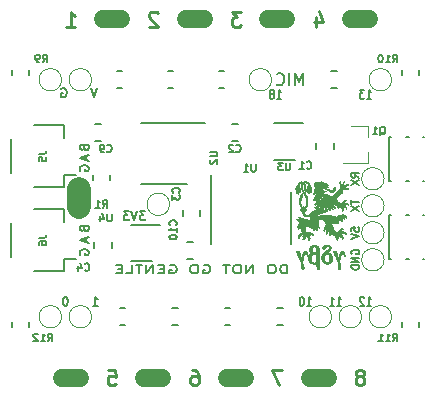
<source format=gbo>
G04 #@! TF.GenerationSoftware,KiCad,Pcbnew,(5.1.9)-1*
G04 #@! TF.CreationDate,2021-03-27T20:31:15-07:00*
G04 #@! TF.ProjectId,nibelung,6e696265-6c75-46e6-972e-6b696361645f,rev?*
G04 #@! TF.SameCoordinates,PX621abf0PY7065700*
G04 #@! TF.FileFunction,Legend,Bot*
G04 #@! TF.FilePolarity,Positive*
%FSLAX46Y46*%
G04 Gerber Fmt 4.6, Leading zero omitted, Abs format (unit mm)*
G04 Created by KiCad (PCBNEW (5.1.9)-1) date 2021-03-27 20:31:15*
%MOMM*%
%LPD*%
G01*
G04 APERTURE LIST*
%ADD10C,0.152400*%
%ADD11C,0.190500*%
%ADD12C,0.203200*%
%ADD13C,1.524000*%
%ADD14C,0.254000*%
%ADD15C,2.032000*%
%ADD16C,0.010000*%
%ADD17C,0.120000*%
%ADD18C,0.127000*%
G04 APERTURE END LIST*
D10*
X23845761Y9901767D02*
X23845761Y10612967D01*
X23603857Y10612967D01*
X23458714Y10579100D01*
X23361952Y10511367D01*
X23313571Y10443634D01*
X23265190Y10308167D01*
X23265190Y10206567D01*
X23313571Y10071100D01*
X23361952Y10003367D01*
X23458714Y9935634D01*
X23603857Y9901767D01*
X23845761Y9901767D01*
X22636238Y10612967D02*
X22442714Y10612967D01*
X22345952Y10579100D01*
X22249190Y10511367D01*
X22200809Y10375900D01*
X22200809Y10138834D01*
X22249190Y10003367D01*
X22345952Y9935634D01*
X22442714Y9901767D01*
X22636238Y9901767D01*
X22733000Y9935634D01*
X22829761Y10003367D01*
X22878142Y10138834D01*
X22878142Y10375900D01*
X22829761Y10511367D01*
X22733000Y10579100D01*
X22636238Y10612967D01*
X20991285Y9901767D02*
X20991285Y10612967D01*
X20410714Y9901767D01*
X20410714Y10612967D01*
X19733380Y10612967D02*
X19539857Y10612967D01*
X19443095Y10579100D01*
X19346333Y10511367D01*
X19297952Y10375900D01*
X19297952Y10138834D01*
X19346333Y10003367D01*
X19443095Y9935634D01*
X19539857Y9901767D01*
X19733380Y9901767D01*
X19830142Y9935634D01*
X19926904Y10003367D01*
X19975285Y10138834D01*
X19975285Y10375900D01*
X19926904Y10511367D01*
X19830142Y10579100D01*
X19733380Y10612967D01*
X19007666Y10612967D02*
X18427095Y10612967D01*
X18717380Y9901767D02*
X18717380Y10612967D01*
X16782142Y10579100D02*
X16878904Y10612967D01*
X17024047Y10612967D01*
X17169190Y10579100D01*
X17265952Y10511367D01*
X17314333Y10443634D01*
X17362714Y10308167D01*
X17362714Y10206567D01*
X17314333Y10071100D01*
X17265952Y10003367D01*
X17169190Y9935634D01*
X17024047Y9901767D01*
X16927285Y9901767D01*
X16782142Y9935634D01*
X16733761Y9969500D01*
X16733761Y10206567D01*
X16927285Y10206567D01*
X16104809Y10612967D02*
X15911285Y10612967D01*
X15814523Y10579100D01*
X15717761Y10511367D01*
X15669380Y10375900D01*
X15669380Y10138834D01*
X15717761Y10003367D01*
X15814523Y9935634D01*
X15911285Y9901767D01*
X16104809Y9901767D01*
X16201571Y9935634D01*
X16298333Y10003367D01*
X16346714Y10138834D01*
X16346714Y10375900D01*
X16298333Y10511367D01*
X16201571Y10579100D01*
X16104809Y10612967D01*
X13927666Y10579100D02*
X14024428Y10612967D01*
X14169571Y10612967D01*
X14314714Y10579100D01*
X14411476Y10511367D01*
X14459857Y10443634D01*
X14508238Y10308167D01*
X14508238Y10206567D01*
X14459857Y10071100D01*
X14411476Y10003367D01*
X14314714Y9935634D01*
X14169571Y9901767D01*
X14072809Y9901767D01*
X13927666Y9935634D01*
X13879285Y9969500D01*
X13879285Y10206567D01*
X14072809Y10206567D01*
X13443857Y10274300D02*
X13105190Y10274300D01*
X12960047Y9901767D02*
X13443857Y9901767D01*
X13443857Y10612967D01*
X12960047Y10612967D01*
X12524619Y9901767D02*
X12524619Y10612967D01*
X11944047Y9901767D01*
X11944047Y10612967D01*
X11605380Y10612967D02*
X11024809Y10612967D01*
X11315095Y9901767D02*
X11315095Y10612967D01*
X10202333Y9901767D02*
X10686142Y9901767D01*
X10686142Y10612967D01*
X9863666Y10274300D02*
X9525000Y10274300D01*
X9379857Y9901767D02*
X9863666Y9901767D01*
X9863666Y10612967D01*
X9379857Y10612967D01*
X29337000Y11532810D02*
X29306761Y11593286D01*
X29306761Y11684000D01*
X29337000Y11774715D01*
X29397476Y11835191D01*
X29457952Y11865429D01*
X29578904Y11895667D01*
X29669619Y11895667D01*
X29790571Y11865429D01*
X29851047Y11835191D01*
X29911523Y11774715D01*
X29941761Y11684000D01*
X29941761Y11623524D01*
X29911523Y11532810D01*
X29881285Y11502572D01*
X29669619Y11502572D01*
X29669619Y11623524D01*
X29941761Y11230429D02*
X29306761Y11230429D01*
X29941761Y10867572D01*
X29306761Y10867572D01*
X29941761Y10565191D02*
X29306761Y10565191D01*
X29306761Y10414000D01*
X29337000Y10323286D01*
X29397476Y10262810D01*
X29457952Y10232572D01*
X29578904Y10202334D01*
X29669619Y10202334D01*
X29790571Y10232572D01*
X29851047Y10262810D01*
X29911523Y10323286D01*
X29941761Y10414000D01*
X29941761Y10565191D01*
X7402285Y7148286D02*
X7837714Y7148286D01*
X7620000Y7148286D02*
X7620000Y7910286D01*
X7692571Y7801429D01*
X7765142Y7728858D01*
X7837714Y7692572D01*
X5116285Y7910286D02*
X5043714Y7910286D01*
X4971142Y7874000D01*
X4934857Y7837715D01*
X4898571Y7765143D01*
X4862285Y7620000D01*
X4862285Y7438572D01*
X4898571Y7293429D01*
X4934857Y7220858D01*
X4971142Y7184572D01*
X5043714Y7148286D01*
X5116285Y7148286D01*
X5188857Y7184572D01*
X5225142Y7220858D01*
X5261428Y7293429D01*
X5297714Y7438572D01*
X5297714Y7620000D01*
X5261428Y7765143D01*
X5225142Y7837715D01*
X5188857Y7874000D01*
X5116285Y7910286D01*
X25520952Y7148286D02*
X25883809Y7148286D01*
X25702380Y7148286D02*
X25702380Y7910286D01*
X25762857Y7801429D01*
X25823333Y7728858D01*
X25883809Y7692572D01*
X25127857Y7910286D02*
X25067380Y7910286D01*
X25006904Y7874000D01*
X24976666Y7837715D01*
X24946428Y7765143D01*
X24916190Y7620000D01*
X24916190Y7438572D01*
X24946428Y7293429D01*
X24976666Y7220858D01*
X25006904Y7184572D01*
X25067380Y7148286D01*
X25127857Y7148286D01*
X25188333Y7184572D01*
X25218571Y7220858D01*
X25248809Y7293429D01*
X25279047Y7438572D01*
X25279047Y7620000D01*
X25248809Y7765143D01*
X25218571Y7837715D01*
X25188333Y7874000D01*
X25127857Y7910286D01*
X28060952Y7148286D02*
X28423809Y7148286D01*
X28242380Y7148286D02*
X28242380Y7910286D01*
X28302857Y7801429D01*
X28363333Y7728858D01*
X28423809Y7692572D01*
X27456190Y7148286D02*
X27819047Y7148286D01*
X27637619Y7148286D02*
X27637619Y7910286D01*
X27698095Y7801429D01*
X27758571Y7728858D01*
X27819047Y7692572D01*
X30600952Y7148286D02*
X30963809Y7148286D01*
X30782380Y7148286D02*
X30782380Y7910286D01*
X30842857Y7801429D01*
X30903333Y7728858D01*
X30963809Y7692572D01*
X30359047Y7837715D02*
X30328809Y7874000D01*
X30268333Y7910286D01*
X30117142Y7910286D01*
X30056666Y7874000D01*
X30026428Y7837715D01*
X29996190Y7765143D01*
X29996190Y7692572D01*
X30026428Y7583715D01*
X30389285Y7148286D01*
X29996190Y7148286D01*
X22980952Y24674286D02*
X23343809Y24674286D01*
X23162380Y24674286D02*
X23162380Y25436286D01*
X23222857Y25327429D01*
X23283333Y25254858D01*
X23343809Y25218572D01*
X22618095Y25109715D02*
X22678571Y25146000D01*
X22708809Y25182286D01*
X22739047Y25254858D01*
X22739047Y25291143D01*
X22708809Y25363715D01*
X22678571Y25400000D01*
X22618095Y25436286D01*
X22497142Y25436286D01*
X22436666Y25400000D01*
X22406428Y25363715D01*
X22376190Y25291143D01*
X22376190Y25254858D01*
X22406428Y25182286D01*
X22436666Y25146000D01*
X22497142Y25109715D01*
X22618095Y25109715D01*
X22678571Y25073429D01*
X22708809Y25037143D01*
X22739047Y24964572D01*
X22739047Y24819429D01*
X22708809Y24746858D01*
X22678571Y24710572D01*
X22618095Y24674286D01*
X22497142Y24674286D01*
X22436666Y24710572D01*
X22406428Y24746858D01*
X22376190Y24819429D01*
X22376190Y24964572D01*
X22406428Y25037143D01*
X22436666Y25073429D01*
X22497142Y25109715D01*
X30600952Y24674286D02*
X30963809Y24674286D01*
X30782380Y24674286D02*
X30782380Y25436286D01*
X30842857Y25327429D01*
X30903333Y25254858D01*
X30963809Y25218572D01*
X30389285Y25436286D02*
X29996190Y25436286D01*
X30207857Y25146000D01*
X30117142Y25146000D01*
X30056666Y25109715D01*
X30026428Y25073429D01*
X29996190Y25000858D01*
X29996190Y24819429D01*
X30026428Y24746858D01*
X30056666Y24710572D01*
X30117142Y24674286D01*
X30298571Y24674286D01*
X30359047Y24710572D01*
X30389285Y24746858D01*
D11*
X11865428Y15149286D02*
X11393714Y15149286D01*
X11647714Y14859000D01*
X11538857Y14859000D01*
X11466285Y14822715D01*
X11430000Y14786429D01*
X11393714Y14713858D01*
X11393714Y14532429D01*
X11430000Y14459858D01*
X11466285Y14423572D01*
X11538857Y14387286D01*
X11756571Y14387286D01*
X11829142Y14423572D01*
X11865428Y14459858D01*
X11176000Y15149286D02*
X10922000Y14387286D01*
X10668000Y15149286D01*
X10486571Y15149286D02*
X10014857Y15149286D01*
X10268857Y14859000D01*
X10160000Y14859000D01*
X10087428Y14822715D01*
X10051142Y14786429D01*
X10014857Y14713858D01*
X10014857Y14532429D01*
X10051142Y14459858D01*
X10087428Y14423572D01*
X10160000Y14387286D01*
X10377714Y14387286D01*
X10450285Y14423572D01*
X10486571Y14459858D01*
D10*
X29306761Y13455953D02*
X29306761Y13758334D01*
X29609142Y13788572D01*
X29578904Y13758334D01*
X29548666Y13697858D01*
X29548666Y13546667D01*
X29578904Y13486191D01*
X29609142Y13455953D01*
X29669619Y13425715D01*
X29820809Y13425715D01*
X29881285Y13455953D01*
X29911523Y13486191D01*
X29941761Y13546667D01*
X29941761Y13697858D01*
X29911523Y13758334D01*
X29881285Y13788572D01*
X29306761Y13244286D02*
X29941761Y13032620D01*
X29306761Y12820953D01*
X29306761Y16104810D02*
X29306761Y15741953D01*
X29941761Y15923381D02*
X29306761Y15923381D01*
X29306761Y15590762D02*
X29941761Y15167429D01*
X29306761Y15167429D02*
X29941761Y15590762D01*
X29941761Y18012834D02*
X29639380Y18224500D01*
X29941761Y18375691D02*
X29306761Y18375691D01*
X29306761Y18133786D01*
X29337000Y18073310D01*
X29367238Y18043072D01*
X29427714Y18012834D01*
X29518428Y18012834D01*
X29578904Y18043072D01*
X29609142Y18073310D01*
X29639380Y18133786D01*
X29639380Y18375691D01*
X29306761Y17801167D02*
X29941761Y17377834D01*
X29306761Y17377834D02*
X29941761Y17801167D01*
D12*
X25218571Y25829381D02*
X25218571Y26845381D01*
X24879904Y26119667D01*
X24541238Y26845381D01*
X24541238Y25829381D01*
X24057428Y25829381D02*
X24057428Y26845381D01*
X22993047Y25926143D02*
X23041428Y25877762D01*
X23186571Y25829381D01*
X23283333Y25829381D01*
X23428476Y25877762D01*
X23525238Y25974524D01*
X23573619Y26071286D01*
X23622000Y26264810D01*
X23622000Y26409953D01*
X23573619Y26603477D01*
X23525238Y26700239D01*
X23428476Y26797000D01*
X23283333Y26845381D01*
X23186571Y26845381D01*
X23041428Y26797000D01*
X22993047Y26748620D01*
D11*
X7747000Y25563286D02*
X7493000Y24801286D01*
X7239000Y25563286D01*
X4753428Y25527000D02*
X4826000Y25563286D01*
X4934857Y25563286D01*
X5043714Y25527000D01*
X5116285Y25454429D01*
X5152571Y25381858D01*
X5188857Y25236715D01*
X5188857Y25127858D01*
X5152571Y24982715D01*
X5116285Y24910143D01*
X5043714Y24837572D01*
X4934857Y24801286D01*
X4862285Y24801286D01*
X4753428Y24837572D01*
X4717142Y24873858D01*
X4717142Y25127858D01*
X4862285Y25127858D01*
D13*
X8280000Y31452500D02*
X9780000Y31452500D01*
X15280000Y31452500D02*
X16780000Y31452500D01*
X22280000Y31452500D02*
X23780000Y31452500D01*
X29280000Y31452500D02*
X30780000Y31452500D01*
X25780000Y1079500D02*
X27280000Y1079500D01*
X18780000Y1079500D02*
X20280000Y1079500D01*
X4780000Y1079500D02*
X6280000Y1079500D01*
X11780000Y1079500D02*
X13280000Y1079500D01*
D14*
X30150952Y1167191D02*
X30271904Y1227667D01*
X30332380Y1288143D01*
X30392857Y1409096D01*
X30392857Y1469572D01*
X30332380Y1590524D01*
X30271904Y1651000D01*
X30150952Y1711477D01*
X29909047Y1711477D01*
X29788095Y1651000D01*
X29727619Y1590524D01*
X29667142Y1469572D01*
X29667142Y1409096D01*
X29727619Y1288143D01*
X29788095Y1227667D01*
X29909047Y1167191D01*
X30150952Y1167191D01*
X30271904Y1106715D01*
X30332380Y1046239D01*
X30392857Y925286D01*
X30392857Y683381D01*
X30332380Y562429D01*
X30271904Y501953D01*
X30150952Y441477D01*
X29909047Y441477D01*
X29788095Y501953D01*
X29727619Y562429D01*
X29667142Y683381D01*
X29667142Y925286D01*
X29727619Y1046239D01*
X29788095Y1106715D01*
X29909047Y1167191D01*
X23453333Y1711477D02*
X22606666Y1711477D01*
X23150952Y441477D01*
X15788095Y1711477D02*
X16030000Y1711477D01*
X16150952Y1651000D01*
X16211428Y1590524D01*
X16332380Y1409096D01*
X16392857Y1167191D01*
X16392857Y683381D01*
X16332380Y562429D01*
X16271904Y501953D01*
X16150952Y441477D01*
X15909047Y441477D01*
X15788095Y501953D01*
X15727619Y562429D01*
X15667142Y683381D01*
X15667142Y985762D01*
X15727619Y1106715D01*
X15788095Y1167191D01*
X15909047Y1227667D01*
X16150952Y1227667D01*
X16271904Y1167191D01*
X16332380Y1106715D01*
X16392857Y985762D01*
X8714619Y1711477D02*
X9319380Y1711477D01*
X9379857Y1106715D01*
X9319380Y1167191D01*
X9198428Y1227667D01*
X8896047Y1227667D01*
X8775095Y1167191D01*
X8714619Y1106715D01*
X8654142Y985762D01*
X8654142Y683381D01*
X8714619Y562429D01*
X8775095Y501953D01*
X8896047Y441477D01*
X9198428Y441477D01*
X9319380Y501953D01*
X9379857Y562429D01*
X26288095Y31641143D02*
X26288095Y30794477D01*
X26590476Y32124953D02*
X26892857Y31217810D01*
X26106666Y31217810D01*
X12892857Y31943524D02*
X12832380Y32004000D01*
X12711428Y32064477D01*
X12409047Y32064477D01*
X12288095Y32004000D01*
X12227619Y31943524D01*
X12167142Y31822572D01*
X12167142Y31701620D01*
X12227619Y31520191D01*
X12953333Y30794477D01*
X12167142Y30794477D01*
X5167142Y30794477D02*
X5892857Y30794477D01*
X5530000Y30794477D02*
X5530000Y32064477D01*
X5650952Y31883048D01*
X5771904Y31762096D01*
X5892857Y31701620D01*
X19953333Y32064477D02*
X19167142Y32064477D01*
X19590476Y31580667D01*
X19409047Y31580667D01*
X19288095Y31520191D01*
X19227619Y31459715D01*
X19167142Y31338762D01*
X19167142Y31036381D01*
X19227619Y30915429D01*
X19288095Y30854953D01*
X19409047Y30794477D01*
X19771904Y30794477D01*
X19892857Y30854953D01*
X19953333Y30915429D01*
D11*
X6858000Y19866429D02*
X6858000Y19503572D01*
X7075714Y19939000D02*
X6313714Y19685000D01*
X7075714Y19431000D01*
D15*
X6223000Y17018000D02*
X6223000Y15494000D01*
D11*
X6676571Y13661572D02*
X6712857Y13552715D01*
X6749142Y13516429D01*
X6821714Y13480143D01*
X6930571Y13480143D01*
X7003142Y13516429D01*
X7039428Y13552715D01*
X7075714Y13625286D01*
X7075714Y13915572D01*
X6313714Y13915572D01*
X6313714Y13661572D01*
X6350000Y13589000D01*
X6386285Y13552715D01*
X6458857Y13516429D01*
X6531428Y13516429D01*
X6604000Y13552715D01*
X6640285Y13589000D01*
X6676571Y13661572D01*
X6676571Y13915572D01*
X6350000Y11484429D02*
X6313714Y11557000D01*
X6313714Y11665858D01*
X6350000Y11774715D01*
X6422571Y11847286D01*
X6495142Y11883572D01*
X6640285Y11919858D01*
X6749142Y11919858D01*
X6894285Y11883572D01*
X6966857Y11847286D01*
X7039428Y11774715D01*
X7075714Y11665858D01*
X7075714Y11593286D01*
X7039428Y11484429D01*
X7003142Y11448143D01*
X6749142Y11448143D01*
X6749142Y11593286D01*
X6858000Y12881429D02*
X6858000Y12518572D01*
X7075714Y12954000D02*
X6313714Y12700000D01*
X7075714Y12446000D01*
X6676571Y20519572D02*
X6712857Y20410715D01*
X6749142Y20374429D01*
X6821714Y20338143D01*
X6930571Y20338143D01*
X7003142Y20374429D01*
X7039428Y20410715D01*
X7075714Y20483286D01*
X7075714Y20773572D01*
X6313714Y20773572D01*
X6313714Y20519572D01*
X6350000Y20447000D01*
X6386285Y20410715D01*
X6458857Y20374429D01*
X6531428Y20374429D01*
X6604000Y20410715D01*
X6640285Y20447000D01*
X6676571Y20519572D01*
X6676571Y20773572D01*
X6350000Y18596429D02*
X6313714Y18669000D01*
X6313714Y18777858D01*
X6350000Y18886715D01*
X6422571Y18959286D01*
X6495142Y18995572D01*
X6640285Y19031858D01*
X6749142Y19031858D01*
X6894285Y18995572D01*
X6966857Y18959286D01*
X7039428Y18886715D01*
X7075714Y18777858D01*
X7075714Y18705286D01*
X7039428Y18596429D01*
X7003142Y18560143D01*
X6749142Y18560143D01*
X6749142Y18705286D01*
D16*
G36*
X28479727Y11770189D02*
G01*
X28435086Y11762405D01*
X28395636Y11745172D01*
X28360934Y11718157D01*
X28330539Y11681028D01*
X28307167Y11640061D01*
X28292243Y11606028D01*
X28278008Y11566162D01*
X28264264Y11519627D01*
X28250811Y11465588D01*
X28237449Y11403207D01*
X28223978Y11331651D01*
X28210198Y11250083D01*
X28203012Y11204525D01*
X28197506Y11169951D01*
X28192394Y11139863D01*
X28187964Y11115787D01*
X28184502Y11099253D01*
X28182295Y11091788D01*
X28181851Y11091636D01*
X28179811Y11097889D01*
X28174952Y11114033D01*
X28167552Y11139101D01*
X28157892Y11172130D01*
X28146254Y11212155D01*
X28132917Y11258210D01*
X28118163Y11309332D01*
X28102271Y11364555D01*
X28086728Y11418711D01*
X28069908Y11477067D01*
X28053800Y11532345D01*
X28038700Y11583560D01*
X28024908Y11629728D01*
X28012722Y11669867D01*
X28002440Y11702991D01*
X27994362Y11728117D01*
X27988785Y11744262D01*
X27986132Y11750322D01*
X27982194Y11753736D01*
X27975947Y11756269D01*
X27965835Y11758048D01*
X27950301Y11759203D01*
X27927787Y11759860D01*
X27896737Y11760148D01*
X27866151Y11760200D01*
X27826869Y11760076D01*
X27797363Y11759628D01*
X27776120Y11758746D01*
X27761629Y11757319D01*
X27752378Y11755235D01*
X27746855Y11752382D01*
X27745670Y11751330D01*
X27738609Y11743028D01*
X27736800Y11739329D01*
X27739136Y11733919D01*
X27745844Y11719264D01*
X27756472Y11696323D01*
X27770568Y11666058D01*
X27787681Y11629430D01*
X27807357Y11587398D01*
X27829147Y11540925D01*
X27852598Y11490971D01*
X27877258Y11438496D01*
X27902675Y11384462D01*
X27928399Y11329829D01*
X27953976Y11275557D01*
X27978955Y11222608D01*
X28002885Y11171943D01*
X28025314Y11124522D01*
X28045790Y11081306D01*
X28063861Y11043255D01*
X28079075Y11011331D01*
X28081304Y11006667D01*
X28096265Y10975282D01*
X28112169Y10941748D01*
X28126986Y10910359D01*
X28137410Y10888133D01*
X28161123Y10837333D01*
X28154208Y10741378D01*
X28150112Y10666405D01*
X28148812Y10595457D01*
X28150225Y10529668D01*
X28154268Y10470168D01*
X28160857Y10418090D01*
X28169909Y10374567D01*
X28181342Y10340730D01*
X28184029Y10334978D01*
X28204465Y10302966D01*
X28228810Y10280245D01*
X28255998Y10267299D01*
X28284962Y10264611D01*
X28314636Y10272663D01*
X28318065Y10274309D01*
X28340565Y10290935D01*
X28357141Y10315511D01*
X28367954Y10348536D01*
X28373164Y10390514D01*
X28372932Y10441944D01*
X28372765Y10445044D01*
X28365638Y10508475D01*
X28350965Y10577310D01*
X28328558Y10652229D01*
X28298228Y10733910D01*
X28281280Y10774605D01*
X28275213Y10788679D01*
X28270308Y10800873D01*
X28266643Y10812379D01*
X28264298Y10824392D01*
X28263351Y10838105D01*
X28263881Y10854711D01*
X28265966Y10875404D01*
X28269686Y10901378D01*
X28275120Y10933825D01*
X28282345Y10973940D01*
X28291442Y11022916D01*
X28301078Y11074400D01*
X28318154Y11163124D01*
X28334271Y11241253D01*
X28349635Y11309420D01*
X28364451Y11368261D01*
X28378926Y11418408D01*
X28393265Y11460494D01*
X28407674Y11495155D01*
X28422360Y11523023D01*
X28437528Y11544732D01*
X28453383Y11560916D01*
X28461075Y11566755D01*
X28490025Y11580106D01*
X28521560Y11583786D01*
X28552994Y11578103D01*
X28581638Y11563367D01*
X28595466Y11551268D01*
X28613319Y11527245D01*
X28626842Y11496534D01*
X28636711Y11457394D01*
X28640210Y11436081D01*
X28643873Y11415376D01*
X28648111Y11398648D01*
X28652007Y11389517D01*
X28652009Y11389514D01*
X28661949Y11384530D01*
X28677973Y11382327D01*
X28695209Y11382964D01*
X28708785Y11386497D01*
X28712160Y11388795D01*
X28716887Y11399948D01*
X28719175Y11420019D01*
X28719204Y11446945D01*
X28717156Y11478664D01*
X28713208Y11513113D01*
X28707543Y11548230D01*
X28700339Y11581950D01*
X28692989Y11608456D01*
X28672557Y11658106D01*
X28645602Y11699278D01*
X28612701Y11731535D01*
X28574429Y11754439D01*
X28531364Y11767553D01*
X28484081Y11770440D01*
X28479727Y11770189D01*
G37*
X28479727Y11770189D02*
X28435086Y11762405D01*
X28395636Y11745172D01*
X28360934Y11718157D01*
X28330539Y11681028D01*
X28307167Y11640061D01*
X28292243Y11606028D01*
X28278008Y11566162D01*
X28264264Y11519627D01*
X28250811Y11465588D01*
X28237449Y11403207D01*
X28223978Y11331651D01*
X28210198Y11250083D01*
X28203012Y11204525D01*
X28197506Y11169951D01*
X28192394Y11139863D01*
X28187964Y11115787D01*
X28184502Y11099253D01*
X28182295Y11091788D01*
X28181851Y11091636D01*
X28179811Y11097889D01*
X28174952Y11114033D01*
X28167552Y11139101D01*
X28157892Y11172130D01*
X28146254Y11212155D01*
X28132917Y11258210D01*
X28118163Y11309332D01*
X28102271Y11364555D01*
X28086728Y11418711D01*
X28069908Y11477067D01*
X28053800Y11532345D01*
X28038700Y11583560D01*
X28024908Y11629728D01*
X28012722Y11669867D01*
X28002440Y11702991D01*
X27994362Y11728117D01*
X27988785Y11744262D01*
X27986132Y11750322D01*
X27982194Y11753736D01*
X27975947Y11756269D01*
X27965835Y11758048D01*
X27950301Y11759203D01*
X27927787Y11759860D01*
X27896737Y11760148D01*
X27866151Y11760200D01*
X27826869Y11760076D01*
X27797363Y11759628D01*
X27776120Y11758746D01*
X27761629Y11757319D01*
X27752378Y11755235D01*
X27746855Y11752382D01*
X27745670Y11751330D01*
X27738609Y11743028D01*
X27736800Y11739329D01*
X27739136Y11733919D01*
X27745844Y11719264D01*
X27756472Y11696323D01*
X27770568Y11666058D01*
X27787681Y11629430D01*
X27807357Y11587398D01*
X27829147Y11540925D01*
X27852598Y11490971D01*
X27877258Y11438496D01*
X27902675Y11384462D01*
X27928399Y11329829D01*
X27953976Y11275557D01*
X27978955Y11222608D01*
X28002885Y11171943D01*
X28025314Y11124522D01*
X28045790Y11081306D01*
X28063861Y11043255D01*
X28079075Y11011331D01*
X28081304Y11006667D01*
X28096265Y10975282D01*
X28112169Y10941748D01*
X28126986Y10910359D01*
X28137410Y10888133D01*
X28161123Y10837333D01*
X28154208Y10741378D01*
X28150112Y10666405D01*
X28148812Y10595457D01*
X28150225Y10529668D01*
X28154268Y10470168D01*
X28160857Y10418090D01*
X28169909Y10374567D01*
X28181342Y10340730D01*
X28184029Y10334978D01*
X28204465Y10302966D01*
X28228810Y10280245D01*
X28255998Y10267299D01*
X28284962Y10264611D01*
X28314636Y10272663D01*
X28318065Y10274309D01*
X28340565Y10290935D01*
X28357141Y10315511D01*
X28367954Y10348536D01*
X28373164Y10390514D01*
X28372932Y10441944D01*
X28372765Y10445044D01*
X28365638Y10508475D01*
X28350965Y10577310D01*
X28328558Y10652229D01*
X28298228Y10733910D01*
X28281280Y10774605D01*
X28275213Y10788679D01*
X28270308Y10800873D01*
X28266643Y10812379D01*
X28264298Y10824392D01*
X28263351Y10838105D01*
X28263881Y10854711D01*
X28265966Y10875404D01*
X28269686Y10901378D01*
X28275120Y10933825D01*
X28282345Y10973940D01*
X28291442Y11022916D01*
X28301078Y11074400D01*
X28318154Y11163124D01*
X28334271Y11241253D01*
X28349635Y11309420D01*
X28364451Y11368261D01*
X28378926Y11418408D01*
X28393265Y11460494D01*
X28407674Y11495155D01*
X28422360Y11523023D01*
X28437528Y11544732D01*
X28453383Y11560916D01*
X28461075Y11566755D01*
X28490025Y11580106D01*
X28521560Y11583786D01*
X28552994Y11578103D01*
X28581638Y11563367D01*
X28595466Y11551268D01*
X28613319Y11527245D01*
X28626842Y11496534D01*
X28636711Y11457394D01*
X28640210Y11436081D01*
X28643873Y11415376D01*
X28648111Y11398648D01*
X28652007Y11389517D01*
X28652009Y11389514D01*
X28661949Y11384530D01*
X28677973Y11382327D01*
X28695209Y11382964D01*
X28708785Y11386497D01*
X28712160Y11388795D01*
X28716887Y11399948D01*
X28719175Y11420019D01*
X28719204Y11446945D01*
X28717156Y11478664D01*
X28713208Y11513113D01*
X28707543Y11548230D01*
X28700339Y11581950D01*
X28692989Y11608456D01*
X28672557Y11658106D01*
X28645602Y11699278D01*
X28612701Y11731535D01*
X28574429Y11754439D01*
X28531364Y11767553D01*
X28484081Y11770440D01*
X28479727Y11770189D01*
G36*
X25326735Y11766392D02*
G01*
X25294745Y11759113D01*
X25266943Y11745447D01*
X25240105Y11724098D01*
X25229433Y11713644D01*
X25212298Y11693995D01*
X25196368Y11670944D01*
X25181440Y11643767D01*
X25167311Y11611735D01*
X25153778Y11574123D01*
X25140637Y11530205D01*
X25127687Y11479253D01*
X25114723Y11420543D01*
X25101542Y11353347D01*
X25087943Y11276938D01*
X25073720Y11190592D01*
X25061764Y11113911D01*
X25058770Y11099509D01*
X25055715Y11093033D01*
X25053997Y11094155D01*
X25051627Y11101515D01*
X25046557Y11118338D01*
X25039193Y11143236D01*
X25029944Y11174822D01*
X25019216Y11211705D01*
X25007418Y11252499D01*
X25001812Y11271955D01*
X24989259Y11315417D01*
X24977221Y11356800D01*
X24966181Y11394467D01*
X24956622Y11426778D01*
X24949027Y11452096D01*
X24943880Y11468782D01*
X24942728Y11472333D01*
X24935842Y11494124D01*
X24927911Y11520895D01*
X24920966Y11545711D01*
X24906463Y11599264D01*
X24894481Y11642871D01*
X24884722Y11677514D01*
X24876889Y11704180D01*
X24870687Y11723852D01*
X24865818Y11737515D01*
X24861985Y11746153D01*
X24859284Y11750322D01*
X24855270Y11753744D01*
X24848947Y11756280D01*
X24838752Y11758060D01*
X24823120Y11759212D01*
X24800491Y11759866D01*
X24769299Y11760151D01*
X24739600Y11760200D01*
X24701141Y11760115D01*
X24672384Y11759769D01*
X24651746Y11759027D01*
X24637641Y11757752D01*
X24628483Y11755809D01*
X24622688Y11753061D01*
X24619105Y11749861D01*
X24616825Y11746585D01*
X24615827Y11742190D01*
X24616529Y11735610D01*
X24619352Y11725783D01*
X24624716Y11711642D01*
X24633041Y11692126D01*
X24644748Y11666168D01*
X24660256Y11632705D01*
X24679986Y11590672D01*
X24692086Y11565006D01*
X24713066Y11520564D01*
X24733849Y11476588D01*
X24753600Y11434839D01*
X24771486Y11397080D01*
X24786671Y11365072D01*
X24798322Y11340577D01*
X24802790Y11331222D01*
X24816537Y11302138D01*
X24830719Y11271534D01*
X24843300Y11243828D01*
X24849588Y11229622D01*
X24859327Y11207843D01*
X24872351Y11179532D01*
X24886983Y11148297D01*
X24901547Y11117748D01*
X24902036Y11116733D01*
X24915765Y11088108D01*
X24932735Y11052495D01*
X24951408Y11013136D01*
X24970246Y10973270D01*
X24985077Y10941755D01*
X25034101Y10837333D01*
X25027217Y10741378D01*
X25024420Y10690829D01*
X25022976Y10637950D01*
X25022830Y10584888D01*
X25023927Y10533790D01*
X25026213Y10486804D01*
X25029632Y10446079D01*
X25034129Y10413761D01*
X25035790Y10405533D01*
X25049916Y10356871D01*
X25068210Y10318673D01*
X25090704Y10290897D01*
X25117430Y10273503D01*
X25143545Y10266846D01*
X25164590Y10266247D01*
X25181624Y10270674D01*
X25193962Y10277037D01*
X25214478Y10292541D01*
X25229222Y10312711D01*
X25239004Y10339352D01*
X25244633Y10374269D01*
X25246022Y10393054D01*
X25245003Y10456569D01*
X25235317Y10525992D01*
X25216900Y10601616D01*
X25189686Y10683731D01*
X25170480Y10732903D01*
X25159054Y10761321D01*
X25149084Y10787158D01*
X25141443Y10808077D01*
X25137002Y10821739D01*
X25136369Y10824355D01*
X25136017Y10836599D01*
X25137487Y10856490D01*
X25140480Y10880589D01*
X25142276Y10892088D01*
X25146645Y10918698D01*
X25150721Y10944303D01*
X25153829Y10964632D01*
X25154600Y10969978D01*
X25158675Y10996173D01*
X25164664Y11030885D01*
X25172088Y11071656D01*
X25180469Y11116029D01*
X25189329Y11161548D01*
X25198189Y11205754D01*
X25206572Y11246192D01*
X25214000Y11280405D01*
X25219965Y11305822D01*
X25237693Y11372230D01*
X25254987Y11428089D01*
X25272164Y11474114D01*
X25289542Y11511020D01*
X25307438Y11539522D01*
X25326169Y11560334D01*
X25336461Y11568436D01*
X25352076Y11577108D01*
X25369190Y11581331D01*
X25391120Y11582371D01*
X25423418Y11578652D01*
X25450388Y11567153D01*
X25472495Y11547272D01*
X25490200Y11518411D01*
X25503966Y11479966D01*
X25514256Y11431339D01*
X25515942Y11420304D01*
X25522458Y11398639D01*
X25534935Y11386179D01*
X25554292Y11382028D01*
X25555222Y11382022D01*
X25570384Y11383191D01*
X25580878Y11387768D01*
X25587358Y11397356D01*
X25590475Y11413559D01*
X25590883Y11437982D01*
X25589585Y11466440D01*
X25581990Y11537723D01*
X25568174Y11599703D01*
X25548155Y11652347D01*
X25521947Y11695619D01*
X25489569Y11729485D01*
X25451036Y11753911D01*
X25450800Y11754023D01*
X25433846Y11761244D01*
X25417982Y11765641D01*
X25399425Y11767865D01*
X25374392Y11768566D01*
X25366133Y11768579D01*
X25326735Y11766392D01*
G37*
X25326735Y11766392D02*
X25294745Y11759113D01*
X25266943Y11745447D01*
X25240105Y11724098D01*
X25229433Y11713644D01*
X25212298Y11693995D01*
X25196368Y11670944D01*
X25181440Y11643767D01*
X25167311Y11611735D01*
X25153778Y11574123D01*
X25140637Y11530205D01*
X25127687Y11479253D01*
X25114723Y11420543D01*
X25101542Y11353347D01*
X25087943Y11276938D01*
X25073720Y11190592D01*
X25061764Y11113911D01*
X25058770Y11099509D01*
X25055715Y11093033D01*
X25053997Y11094155D01*
X25051627Y11101515D01*
X25046557Y11118338D01*
X25039193Y11143236D01*
X25029944Y11174822D01*
X25019216Y11211705D01*
X25007418Y11252499D01*
X25001812Y11271955D01*
X24989259Y11315417D01*
X24977221Y11356800D01*
X24966181Y11394467D01*
X24956622Y11426778D01*
X24949027Y11452096D01*
X24943880Y11468782D01*
X24942728Y11472333D01*
X24935842Y11494124D01*
X24927911Y11520895D01*
X24920966Y11545711D01*
X24906463Y11599264D01*
X24894481Y11642871D01*
X24884722Y11677514D01*
X24876889Y11704180D01*
X24870687Y11723852D01*
X24865818Y11737515D01*
X24861985Y11746153D01*
X24859284Y11750322D01*
X24855270Y11753744D01*
X24848947Y11756280D01*
X24838752Y11758060D01*
X24823120Y11759212D01*
X24800491Y11759866D01*
X24769299Y11760151D01*
X24739600Y11760200D01*
X24701141Y11760115D01*
X24672384Y11759769D01*
X24651746Y11759027D01*
X24637641Y11757752D01*
X24628483Y11755809D01*
X24622688Y11753061D01*
X24619105Y11749861D01*
X24616825Y11746585D01*
X24615827Y11742190D01*
X24616529Y11735610D01*
X24619352Y11725783D01*
X24624716Y11711642D01*
X24633041Y11692126D01*
X24644748Y11666168D01*
X24660256Y11632705D01*
X24679986Y11590672D01*
X24692086Y11565006D01*
X24713066Y11520564D01*
X24733849Y11476588D01*
X24753600Y11434839D01*
X24771486Y11397080D01*
X24786671Y11365072D01*
X24798322Y11340577D01*
X24802790Y11331222D01*
X24816537Y11302138D01*
X24830719Y11271534D01*
X24843300Y11243828D01*
X24849588Y11229622D01*
X24859327Y11207843D01*
X24872351Y11179532D01*
X24886983Y11148297D01*
X24901547Y11117748D01*
X24902036Y11116733D01*
X24915765Y11088108D01*
X24932735Y11052495D01*
X24951408Y11013136D01*
X24970246Y10973270D01*
X24985077Y10941755D01*
X25034101Y10837333D01*
X25027217Y10741378D01*
X25024420Y10690829D01*
X25022976Y10637950D01*
X25022830Y10584888D01*
X25023927Y10533790D01*
X25026213Y10486804D01*
X25029632Y10446079D01*
X25034129Y10413761D01*
X25035790Y10405533D01*
X25049916Y10356871D01*
X25068210Y10318673D01*
X25090704Y10290897D01*
X25117430Y10273503D01*
X25143545Y10266846D01*
X25164590Y10266247D01*
X25181624Y10270674D01*
X25193962Y10277037D01*
X25214478Y10292541D01*
X25229222Y10312711D01*
X25239004Y10339352D01*
X25244633Y10374269D01*
X25246022Y10393054D01*
X25245003Y10456569D01*
X25235317Y10525992D01*
X25216900Y10601616D01*
X25189686Y10683731D01*
X25170480Y10732903D01*
X25159054Y10761321D01*
X25149084Y10787158D01*
X25141443Y10808077D01*
X25137002Y10821739D01*
X25136369Y10824355D01*
X25136017Y10836599D01*
X25137487Y10856490D01*
X25140480Y10880589D01*
X25142276Y10892088D01*
X25146645Y10918698D01*
X25150721Y10944303D01*
X25153829Y10964632D01*
X25154600Y10969978D01*
X25158675Y10996173D01*
X25164664Y11030885D01*
X25172088Y11071656D01*
X25180469Y11116029D01*
X25189329Y11161548D01*
X25198189Y11205754D01*
X25206572Y11246192D01*
X25214000Y11280405D01*
X25219965Y11305822D01*
X25237693Y11372230D01*
X25254987Y11428089D01*
X25272164Y11474114D01*
X25289542Y11511020D01*
X25307438Y11539522D01*
X25326169Y11560334D01*
X25336461Y11568436D01*
X25352076Y11577108D01*
X25369190Y11581331D01*
X25391120Y11582371D01*
X25423418Y11578652D01*
X25450388Y11567153D01*
X25472495Y11547272D01*
X25490200Y11518411D01*
X25503966Y11479966D01*
X25514256Y11431339D01*
X25515942Y11420304D01*
X25522458Y11398639D01*
X25534935Y11386179D01*
X25554292Y11382028D01*
X25555222Y11382022D01*
X25570384Y11383191D01*
X25580878Y11387768D01*
X25587358Y11397356D01*
X25590475Y11413559D01*
X25590883Y11437982D01*
X25589585Y11466440D01*
X25581990Y11537723D01*
X25568174Y11599703D01*
X25548155Y11652347D01*
X25521947Y11695619D01*
X25489569Y11729485D01*
X25451036Y11753911D01*
X25450800Y11754023D01*
X25433846Y11761244D01*
X25417982Y11765641D01*
X25399425Y11767865D01*
X25374392Y11768566D01*
X25366133Y11768579D01*
X25326735Y11766392D01*
G36*
X26055731Y12296743D02*
G01*
X25984217Y12281197D01*
X25917321Y12255351D01*
X25855039Y12219204D01*
X25848438Y12214577D01*
X25803433Y12176652D01*
X25768088Y12133775D01*
X25742184Y12085453D01*
X25725500Y12031193D01*
X25717818Y11970501D01*
X25717804Y11921061D01*
X25724333Y11860832D01*
X25738606Y11806951D01*
X25761510Y11757461D01*
X25793931Y11710405D01*
X25832517Y11667988D01*
X25849918Y11650335D01*
X25863547Y11635700D01*
X25871870Y11625785D01*
X25873644Y11622363D01*
X25868120Y11618362D01*
X25855423Y11609742D01*
X25837838Y11598043D01*
X25828915Y11592170D01*
X25781969Y11558420D01*
X25743920Y11524167D01*
X25712495Y11487258D01*
X25701190Y11471148D01*
X25668112Y11411438D01*
X25644642Y11347197D01*
X25630710Y11279709D01*
X25626248Y11210255D01*
X25631187Y11140120D01*
X25645457Y11070584D01*
X25668988Y11002931D01*
X25701712Y10938444D01*
X25732423Y10892691D01*
X25779595Y10837904D01*
X25831263Y10793311D01*
X25887793Y10758737D01*
X25949549Y10734012D01*
X26016897Y10718963D01*
X26090201Y10713417D01*
X26111901Y10713545D01*
X26170380Y10718835D01*
X26224866Y10731603D01*
X26273505Y10751246D01*
X26314437Y10777158D01*
X26319203Y10781047D01*
X26336978Y10796003D01*
X26337262Y10678379D01*
X26337464Y10631787D01*
X26337916Y10593874D01*
X26338764Y10562035D01*
X26340154Y10533660D01*
X26342232Y10506143D01*
X26345143Y10476875D01*
X26349035Y10443248D01*
X26351582Y10422467D01*
X26358658Y10371809D01*
X26366023Y10331557D01*
X26373618Y10301954D01*
X26381386Y10283243D01*
X26386386Y10277122D01*
X26395017Y10274052D01*
X26412229Y10271896D01*
X26438864Y10270592D01*
X26475764Y10270079D01*
X26483937Y10270067D01*
X26517674Y10270175D01*
X26541964Y10270639D01*
X26558648Y10271669D01*
X26569565Y10273472D01*
X26576559Y10276257D01*
X26581468Y10280234D01*
X26582403Y10281236D01*
X26588464Y10289984D01*
X26589605Y10300080D01*
X26586320Y10316097D01*
X26586211Y10316514D01*
X26579727Y10345424D01*
X26573037Y10382456D01*
X26566629Y10424465D01*
X26560988Y10468305D01*
X26557233Y10503880D01*
X26556327Y10519474D01*
X26555486Y10545889D01*
X26554714Y10582657D01*
X26554015Y10629311D01*
X26553393Y10685384D01*
X26552850Y10750407D01*
X26552392Y10823914D01*
X26552021Y10905436D01*
X26551925Y10936315D01*
X26337660Y10936315D01*
X26320562Y10911463D01*
X26291364Y10877807D01*
X26254616Y10849008D01*
X26213802Y10827526D01*
X26190621Y10819651D01*
X26156540Y10813792D01*
X26117339Y10812250D01*
X26077884Y10814900D01*
X26043042Y10821613D01*
X26036233Y10823704D01*
X25991444Y10844490D01*
X25952793Y10874713D01*
X25920329Y10914303D01*
X25894105Y10963190D01*
X25874170Y11021303D01*
X25865390Y11059831D01*
X25859715Y11103119D01*
X25857513Y11152743D01*
X25858831Y11204279D01*
X25863306Y11250380D01*
X25873663Y11303162D01*
X25889996Y11358898D01*
X25911041Y11414450D01*
X25935538Y11466680D01*
X25962225Y11512450D01*
X25977046Y11533301D01*
X25990062Y11549461D01*
X25999305Y11558168D01*
X26007474Y11561215D01*
X26017271Y11560397D01*
X26017716Y11560312D01*
X26041842Y11556888D01*
X26071170Y11554480D01*
X26102511Y11553156D01*
X26132679Y11552986D01*
X26158484Y11554038D01*
X26176740Y11556382D01*
X26178592Y11556838D01*
X26205167Y11568300D01*
X26225622Y11585562D01*
X26238073Y11606612D01*
X26241022Y11623408D01*
X26236283Y11648204D01*
X26221836Y11667780D01*
X26197340Y11682570D01*
X26192860Y11684370D01*
X26177607Y11689116D01*
X26160976Y11691555D01*
X26139623Y11691949D01*
X26112488Y11690706D01*
X26084588Y11688301D01*
X26057159Y11684783D01*
X26034701Y11680768D01*
X26028093Y11679154D01*
X25998608Y11670989D01*
X25980854Y11708539D01*
X25960291Y11761473D01*
X25945302Y11819962D01*
X25936227Y11880987D01*
X25933403Y11941526D01*
X25937168Y11998558D01*
X25944210Y12035999D01*
X25958242Y12075753D01*
X25978832Y12112842D01*
X26004014Y12144233D01*
X26026927Y12163740D01*
X26064168Y12182603D01*
X26104508Y12191802D01*
X26146135Y12191838D01*
X26187235Y12183211D01*
X26225995Y12166421D01*
X26260604Y12141969D01*
X26289246Y12110354D01*
X26303142Y12087517D01*
X26308033Y12077832D01*
X26312363Y12068618D01*
X26316170Y12059157D01*
X26319490Y12048731D01*
X26322362Y12036622D01*
X26324822Y12022112D01*
X26326907Y12004482D01*
X26328655Y11983015D01*
X26330102Y11956992D01*
X26331285Y11925695D01*
X26332243Y11888407D01*
X26333012Y11844409D01*
X26333629Y11792984D01*
X26334131Y11733412D01*
X26334556Y11664976D01*
X26334940Y11586958D01*
X26335321Y11498640D01*
X26335471Y11462557D01*
X26337660Y10936315D01*
X26551925Y10936315D01*
X26551742Y10994506D01*
X26551558Y11090656D01*
X26551473Y11193419D01*
X26551467Y11229339D01*
X26551414Y11340747D01*
X26551259Y11443650D01*
X26551004Y11537768D01*
X26550649Y11622823D01*
X26550199Y11698537D01*
X26549655Y11764631D01*
X26549020Y11820826D01*
X26548295Y11866844D01*
X26547484Y11902407D01*
X26546588Y11927236D01*
X26545619Y11940970D01*
X26535181Y12003813D01*
X26519958Y12057847D01*
X26499213Y12104802D01*
X26472206Y12146406D01*
X26444222Y12178401D01*
X26395243Y12221856D01*
X26343122Y12255453D01*
X26286726Y12279640D01*
X26224926Y12294864D01*
X26156592Y12301572D01*
X26131870Y12301992D01*
X26055731Y12296743D01*
G37*
X26055731Y12296743D02*
X25984217Y12281197D01*
X25917321Y12255351D01*
X25855039Y12219204D01*
X25848438Y12214577D01*
X25803433Y12176652D01*
X25768088Y12133775D01*
X25742184Y12085453D01*
X25725500Y12031193D01*
X25717818Y11970501D01*
X25717804Y11921061D01*
X25724333Y11860832D01*
X25738606Y11806951D01*
X25761510Y11757461D01*
X25793931Y11710405D01*
X25832517Y11667988D01*
X25849918Y11650335D01*
X25863547Y11635700D01*
X25871870Y11625785D01*
X25873644Y11622363D01*
X25868120Y11618362D01*
X25855423Y11609742D01*
X25837838Y11598043D01*
X25828915Y11592170D01*
X25781969Y11558420D01*
X25743920Y11524167D01*
X25712495Y11487258D01*
X25701190Y11471148D01*
X25668112Y11411438D01*
X25644642Y11347197D01*
X25630710Y11279709D01*
X25626248Y11210255D01*
X25631187Y11140120D01*
X25645457Y11070584D01*
X25668988Y11002931D01*
X25701712Y10938444D01*
X25732423Y10892691D01*
X25779595Y10837904D01*
X25831263Y10793311D01*
X25887793Y10758737D01*
X25949549Y10734012D01*
X26016897Y10718963D01*
X26090201Y10713417D01*
X26111901Y10713545D01*
X26170380Y10718835D01*
X26224866Y10731603D01*
X26273505Y10751246D01*
X26314437Y10777158D01*
X26319203Y10781047D01*
X26336978Y10796003D01*
X26337262Y10678379D01*
X26337464Y10631787D01*
X26337916Y10593874D01*
X26338764Y10562035D01*
X26340154Y10533660D01*
X26342232Y10506143D01*
X26345143Y10476875D01*
X26349035Y10443248D01*
X26351582Y10422467D01*
X26358658Y10371809D01*
X26366023Y10331557D01*
X26373618Y10301954D01*
X26381386Y10283243D01*
X26386386Y10277122D01*
X26395017Y10274052D01*
X26412229Y10271896D01*
X26438864Y10270592D01*
X26475764Y10270079D01*
X26483937Y10270067D01*
X26517674Y10270175D01*
X26541964Y10270639D01*
X26558648Y10271669D01*
X26569565Y10273472D01*
X26576559Y10276257D01*
X26581468Y10280234D01*
X26582403Y10281236D01*
X26588464Y10289984D01*
X26589605Y10300080D01*
X26586320Y10316097D01*
X26586211Y10316514D01*
X26579727Y10345424D01*
X26573037Y10382456D01*
X26566629Y10424465D01*
X26560988Y10468305D01*
X26557233Y10503880D01*
X26556327Y10519474D01*
X26555486Y10545889D01*
X26554714Y10582657D01*
X26554015Y10629311D01*
X26553393Y10685384D01*
X26552850Y10750407D01*
X26552392Y10823914D01*
X26552021Y10905436D01*
X26551925Y10936315D01*
X26337660Y10936315D01*
X26320562Y10911463D01*
X26291364Y10877807D01*
X26254616Y10849008D01*
X26213802Y10827526D01*
X26190621Y10819651D01*
X26156540Y10813792D01*
X26117339Y10812250D01*
X26077884Y10814900D01*
X26043042Y10821613D01*
X26036233Y10823704D01*
X25991444Y10844490D01*
X25952793Y10874713D01*
X25920329Y10914303D01*
X25894105Y10963190D01*
X25874170Y11021303D01*
X25865390Y11059831D01*
X25859715Y11103119D01*
X25857513Y11152743D01*
X25858831Y11204279D01*
X25863306Y11250380D01*
X25873663Y11303162D01*
X25889996Y11358898D01*
X25911041Y11414450D01*
X25935538Y11466680D01*
X25962225Y11512450D01*
X25977046Y11533301D01*
X25990062Y11549461D01*
X25999305Y11558168D01*
X26007474Y11561215D01*
X26017271Y11560397D01*
X26017716Y11560312D01*
X26041842Y11556888D01*
X26071170Y11554480D01*
X26102511Y11553156D01*
X26132679Y11552986D01*
X26158484Y11554038D01*
X26176740Y11556382D01*
X26178592Y11556838D01*
X26205167Y11568300D01*
X26225622Y11585562D01*
X26238073Y11606612D01*
X26241022Y11623408D01*
X26236283Y11648204D01*
X26221836Y11667780D01*
X26197340Y11682570D01*
X26192860Y11684370D01*
X26177607Y11689116D01*
X26160976Y11691555D01*
X26139623Y11691949D01*
X26112488Y11690706D01*
X26084588Y11688301D01*
X26057159Y11684783D01*
X26034701Y11680768D01*
X26028093Y11679154D01*
X25998608Y11670989D01*
X25980854Y11708539D01*
X25960291Y11761473D01*
X25945302Y11819962D01*
X25936227Y11880987D01*
X25933403Y11941526D01*
X25937168Y11998558D01*
X25944210Y12035999D01*
X25958242Y12075753D01*
X25978832Y12112842D01*
X26004014Y12144233D01*
X26026927Y12163740D01*
X26064168Y12182603D01*
X26104508Y12191802D01*
X26146135Y12191838D01*
X26187235Y12183211D01*
X26225995Y12166421D01*
X26260604Y12141969D01*
X26289246Y12110354D01*
X26303142Y12087517D01*
X26308033Y12077832D01*
X26312363Y12068618D01*
X26316170Y12059157D01*
X26319490Y12048731D01*
X26322362Y12036622D01*
X26324822Y12022112D01*
X26326907Y12004482D01*
X26328655Y11983015D01*
X26330102Y11956992D01*
X26331285Y11925695D01*
X26332243Y11888407D01*
X26333012Y11844409D01*
X26333629Y11792984D01*
X26334131Y11733412D01*
X26334556Y11664976D01*
X26334940Y11586958D01*
X26335321Y11498640D01*
X26335471Y11462557D01*
X26337660Y10936315D01*
X26551925Y10936315D01*
X26551742Y10994506D01*
X26551558Y11090656D01*
X26551473Y11193419D01*
X26551467Y11229339D01*
X26551414Y11340747D01*
X26551259Y11443650D01*
X26551004Y11537768D01*
X26550649Y11622823D01*
X26550199Y11698537D01*
X26549655Y11764631D01*
X26549020Y11820826D01*
X26548295Y11866844D01*
X26547484Y11902407D01*
X26546588Y11927236D01*
X26545619Y11940970D01*
X26535181Y12003813D01*
X26519958Y12057847D01*
X26499213Y12104802D01*
X26472206Y12146406D01*
X26444222Y12178401D01*
X26395243Y12221856D01*
X26343122Y12255453D01*
X26286726Y12279640D01*
X26224926Y12294864D01*
X26156592Y12301572D01*
X26131870Y12301992D01*
X26055731Y12296743D01*
G36*
X27146173Y12298521D02*
G01*
X27094844Y12292885D01*
X27047051Y12284615D01*
X27005817Y12273998D01*
X26988273Y12267767D01*
X26943293Y12248068D01*
X26908071Y12228670D01*
X26881160Y12208515D01*
X26861113Y12186547D01*
X26848309Y12165501D01*
X26836157Y12131144D01*
X26833226Y12097479D01*
X26838716Y12066084D01*
X26851823Y12038537D01*
X26871748Y12016415D01*
X26897687Y12001298D01*
X26928839Y11994764D01*
X26935119Y11994622D01*
X26952785Y11995790D01*
X26969398Y11999706D01*
X26986368Y12007299D01*
X27005111Y12019499D01*
X27027040Y12037238D01*
X27053567Y12061446D01*
X27086106Y12093053D01*
X27088996Y12095914D01*
X27122020Y12127974D01*
X27149396Y12152547D01*
X27172952Y12170606D01*
X27194516Y12183121D01*
X27215916Y12191066D01*
X27238978Y12195414D01*
X27265531Y12197135D01*
X27279600Y12197313D01*
X27322367Y12194806D01*
X27357234Y12186600D01*
X27386434Y12171971D01*
X27405884Y12156420D01*
X27426544Y12130807D01*
X27436122Y12103188D01*
X27434639Y12073604D01*
X27422114Y12042099D01*
X27398568Y12008716D01*
X27364021Y11973498D01*
X27318492Y11936488D01*
X27296830Y11920927D01*
X27273908Y11904931D01*
X27250422Y11888470D01*
X27230942Y11874747D01*
X27228600Y11873089D01*
X27210140Y11860034D01*
X27187012Y11843717D01*
X27163787Y11827363D01*
X27160584Y11825111D01*
X27123405Y11798617D01*
X27085377Y11770881D01*
X27048387Y11743331D01*
X27014325Y11717394D01*
X26985077Y11694497D01*
X26962532Y11676067D01*
X26956302Y11670696D01*
X26897842Y11612285D01*
X26847469Y11547565D01*
X26806124Y11477966D01*
X26774744Y11404918D01*
X26767766Y11383696D01*
X26761970Y11363848D01*
X26757843Y11346412D01*
X26755099Y11328741D01*
X26753448Y11308184D01*
X26752604Y11282093D01*
X26752278Y11247819D01*
X26752253Y11240911D01*
X26752275Y11205349D01*
X26752788Y11178387D01*
X26754084Y11157339D01*
X26756452Y11139517D01*
X26760184Y11122234D01*
X26765573Y11102803D01*
X26768158Y11094155D01*
X26795280Y11020709D01*
X26829907Y10954712D01*
X26847865Y10927644D01*
X26868356Y10901861D01*
X26894778Y10872885D01*
X26924434Y10843325D01*
X26954625Y10815790D01*
X26982653Y10792889D01*
X26999434Y10781081D01*
X27061527Y10748029D01*
X27127429Y10725314D01*
X27195904Y10713176D01*
X27265714Y10711852D01*
X27321933Y10718786D01*
X27386726Y10736314D01*
X27446783Y10763804D01*
X27502969Y10801681D01*
X27521519Y10817154D01*
X27565710Y10862185D01*
X27602060Y10913326D01*
X27631394Y10971915D01*
X27650259Y11024687D01*
X27655861Y11043844D01*
X27659900Y11060641D01*
X27662630Y11077564D01*
X27664310Y11097102D01*
X27665195Y11121740D01*
X27665544Y11153966D01*
X27665596Y11173178D01*
X27665558Y11194111D01*
X27435712Y11194111D01*
X27432001Y11124071D01*
X27421817Y11058389D01*
X27405466Y10998344D01*
X27383251Y10945217D01*
X27355480Y10900288D01*
X27340954Y10882759D01*
X27304082Y10848606D01*
X27266042Y10825645D01*
X27226663Y10813822D01*
X27185776Y10813086D01*
X27146439Y10822236D01*
X27110095Y10840689D01*
X27076903Y10869605D01*
X27047348Y10908479D01*
X27025690Y10948450D01*
X27012596Y10979548D01*
X27002542Y11011009D01*
X26994888Y11045657D01*
X26988992Y11086320D01*
X26984829Y11128344D01*
X26982236Y11162362D01*
X26981118Y11188870D01*
X26981564Y11211560D01*
X26983662Y11234126D01*
X26987502Y11260259D01*
X26988084Y11263810D01*
X27006324Y11345306D01*
X27033410Y11420604D01*
X27070065Y11491345D01*
X27117010Y11559169D01*
X27119544Y11562392D01*
X27154979Y11607204D01*
X27196104Y11595807D01*
X27252264Y11574963D01*
X27300992Y11545638D01*
X27342256Y11507873D01*
X27376028Y11461710D01*
X27402276Y11407192D01*
X27420972Y11344359D01*
X27432085Y11273253D01*
X27432644Y11267229D01*
X27435712Y11194111D01*
X27665558Y11194111D01*
X27665529Y11209857D01*
X27665038Y11237720D01*
X27663873Y11259238D01*
X27661780Y11276881D01*
X27658507Y11293121D01*
X27653801Y11310430D01*
X27650430Y11321561D01*
X27624108Y11391657D01*
X27590723Y11453524D01*
X27549622Y11508226D01*
X27513327Y11545202D01*
X27455875Y11590989D01*
X27391940Y11629970D01*
X27324501Y11660487D01*
X27280207Y11674996D01*
X27260053Y11680777D01*
X27244582Y11685592D01*
X27236628Y11688551D01*
X27236195Y11688835D01*
X27239419Y11693192D01*
X27249740Y11704033D01*
X27265966Y11720180D01*
X27286907Y11740450D01*
X27311372Y11763664D01*
X27317432Y11769352D01*
X27363733Y11812963D01*
X27402382Y11850037D01*
X27434168Y11881530D01*
X27459883Y11908399D01*
X27480317Y11931601D01*
X27496261Y11952090D01*
X27508506Y11970823D01*
X27517842Y11988758D01*
X27525059Y12006849D01*
X27530950Y12026053D01*
X27531560Y12028311D01*
X27538780Y12074539D01*
X27535413Y12118068D01*
X27521956Y12158344D01*
X27498906Y12194812D01*
X27466761Y12226917D01*
X27426016Y12254105D01*
X27377170Y12275821D01*
X27320718Y12291510D01*
X27291141Y12296726D01*
X27247345Y12300730D01*
X27198014Y12301232D01*
X27146173Y12298521D01*
G37*
X27146173Y12298521D02*
X27094844Y12292885D01*
X27047051Y12284615D01*
X27005817Y12273998D01*
X26988273Y12267767D01*
X26943293Y12248068D01*
X26908071Y12228670D01*
X26881160Y12208515D01*
X26861113Y12186547D01*
X26848309Y12165501D01*
X26836157Y12131144D01*
X26833226Y12097479D01*
X26838716Y12066084D01*
X26851823Y12038537D01*
X26871748Y12016415D01*
X26897687Y12001298D01*
X26928839Y11994764D01*
X26935119Y11994622D01*
X26952785Y11995790D01*
X26969398Y11999706D01*
X26986368Y12007299D01*
X27005111Y12019499D01*
X27027040Y12037238D01*
X27053567Y12061446D01*
X27086106Y12093053D01*
X27088996Y12095914D01*
X27122020Y12127974D01*
X27149396Y12152547D01*
X27172952Y12170606D01*
X27194516Y12183121D01*
X27215916Y12191066D01*
X27238978Y12195414D01*
X27265531Y12197135D01*
X27279600Y12197313D01*
X27322367Y12194806D01*
X27357234Y12186600D01*
X27386434Y12171971D01*
X27405884Y12156420D01*
X27426544Y12130807D01*
X27436122Y12103188D01*
X27434639Y12073604D01*
X27422114Y12042099D01*
X27398568Y12008716D01*
X27364021Y11973498D01*
X27318492Y11936488D01*
X27296830Y11920927D01*
X27273908Y11904931D01*
X27250422Y11888470D01*
X27230942Y11874747D01*
X27228600Y11873089D01*
X27210140Y11860034D01*
X27187012Y11843717D01*
X27163787Y11827363D01*
X27160584Y11825111D01*
X27123405Y11798617D01*
X27085377Y11770881D01*
X27048387Y11743331D01*
X27014325Y11717394D01*
X26985077Y11694497D01*
X26962532Y11676067D01*
X26956302Y11670696D01*
X26897842Y11612285D01*
X26847469Y11547565D01*
X26806124Y11477966D01*
X26774744Y11404918D01*
X26767766Y11383696D01*
X26761970Y11363848D01*
X26757843Y11346412D01*
X26755099Y11328741D01*
X26753448Y11308184D01*
X26752604Y11282093D01*
X26752278Y11247819D01*
X26752253Y11240911D01*
X26752275Y11205349D01*
X26752788Y11178387D01*
X26754084Y11157339D01*
X26756452Y11139517D01*
X26760184Y11122234D01*
X26765573Y11102803D01*
X26768158Y11094155D01*
X26795280Y11020709D01*
X26829907Y10954712D01*
X26847865Y10927644D01*
X26868356Y10901861D01*
X26894778Y10872885D01*
X26924434Y10843325D01*
X26954625Y10815790D01*
X26982653Y10792889D01*
X26999434Y10781081D01*
X27061527Y10748029D01*
X27127429Y10725314D01*
X27195904Y10713176D01*
X27265714Y10711852D01*
X27321933Y10718786D01*
X27386726Y10736314D01*
X27446783Y10763804D01*
X27502969Y10801681D01*
X27521519Y10817154D01*
X27565710Y10862185D01*
X27602060Y10913326D01*
X27631394Y10971915D01*
X27650259Y11024687D01*
X27655861Y11043844D01*
X27659900Y11060641D01*
X27662630Y11077564D01*
X27664310Y11097102D01*
X27665195Y11121740D01*
X27665544Y11153966D01*
X27665596Y11173178D01*
X27665558Y11194111D01*
X27435712Y11194111D01*
X27432001Y11124071D01*
X27421817Y11058389D01*
X27405466Y10998344D01*
X27383251Y10945217D01*
X27355480Y10900288D01*
X27340954Y10882759D01*
X27304082Y10848606D01*
X27266042Y10825645D01*
X27226663Y10813822D01*
X27185776Y10813086D01*
X27146439Y10822236D01*
X27110095Y10840689D01*
X27076903Y10869605D01*
X27047348Y10908479D01*
X27025690Y10948450D01*
X27012596Y10979548D01*
X27002542Y11011009D01*
X26994888Y11045657D01*
X26988992Y11086320D01*
X26984829Y11128344D01*
X26982236Y11162362D01*
X26981118Y11188870D01*
X26981564Y11211560D01*
X26983662Y11234126D01*
X26987502Y11260259D01*
X26988084Y11263810D01*
X27006324Y11345306D01*
X27033410Y11420604D01*
X27070065Y11491345D01*
X27117010Y11559169D01*
X27119544Y11562392D01*
X27154979Y11607204D01*
X27196104Y11595807D01*
X27252264Y11574963D01*
X27300992Y11545638D01*
X27342256Y11507873D01*
X27376028Y11461710D01*
X27402276Y11407192D01*
X27420972Y11344359D01*
X27432085Y11273253D01*
X27432644Y11267229D01*
X27435712Y11194111D01*
X27665558Y11194111D01*
X27665529Y11209857D01*
X27665038Y11237720D01*
X27663873Y11259238D01*
X27661780Y11276881D01*
X27658507Y11293121D01*
X27653801Y11310430D01*
X27650430Y11321561D01*
X27624108Y11391657D01*
X27590723Y11453524D01*
X27549622Y11508226D01*
X27513327Y11545202D01*
X27455875Y11590989D01*
X27391940Y11629970D01*
X27324501Y11660487D01*
X27280207Y11674996D01*
X27260053Y11680777D01*
X27244582Y11685592D01*
X27236628Y11688551D01*
X27236195Y11688835D01*
X27239419Y11693192D01*
X27249740Y11704033D01*
X27265966Y11720180D01*
X27286907Y11740450D01*
X27311372Y11763664D01*
X27317432Y11769352D01*
X27363733Y11812963D01*
X27402382Y11850037D01*
X27434168Y11881530D01*
X27459883Y11908399D01*
X27480317Y11931601D01*
X27496261Y11952090D01*
X27508506Y11970823D01*
X27517842Y11988758D01*
X27525059Y12006849D01*
X27530950Y12026053D01*
X27531560Y12028311D01*
X27538780Y12074539D01*
X27535413Y12118068D01*
X27521956Y12158344D01*
X27498906Y12194812D01*
X27466761Y12226917D01*
X27426016Y12254105D01*
X27377170Y12275821D01*
X27320718Y12291510D01*
X27291141Y12296726D01*
X27247345Y12300730D01*
X27198014Y12301232D01*
X27146173Y12298521D01*
G36*
X28017128Y12891475D02*
G01*
X28006063Y12852048D01*
X28018364Y12807950D01*
X28049664Y12758870D01*
X28085551Y12760209D01*
X28118081Y12802125D01*
X28133500Y12861680D01*
X28106295Y12896396D01*
X28067000Y12903200D01*
X28017128Y12891475D01*
G37*
X28017128Y12891475D02*
X28006063Y12852048D01*
X28018364Y12807950D01*
X28049664Y12758870D01*
X28085551Y12760209D01*
X28118081Y12802125D01*
X28133500Y12861680D01*
X28106295Y12896396D01*
X28067000Y12903200D01*
X28017128Y12891475D01*
G36*
X25699075Y12907831D02*
G01*
X25653937Y12859270D01*
X25629438Y12803539D01*
X25628600Y12793250D01*
X25644406Y12757102D01*
X25683457Y12756546D01*
X25733201Y12791126D01*
X25738964Y12797251D01*
X25772236Y12851067D01*
X25778915Y12899633D01*
X25758041Y12926942D01*
X25746837Y12928600D01*
X25699075Y12907831D01*
G37*
X25699075Y12907831D02*
X25653937Y12859270D01*
X25629438Y12803539D01*
X25628600Y12793250D01*
X25644406Y12757102D01*
X25683457Y12756546D01*
X25733201Y12791126D01*
X25738964Y12797251D01*
X25772236Y12851067D01*
X25778915Y12899633D01*
X25758041Y12926942D01*
X25746837Y12928600D01*
X25699075Y12907831D01*
G36*
X25135700Y12849737D02*
G01*
X25120600Y12827000D01*
X25107277Y12791196D01*
X25127980Y12777861D01*
X25167397Y12776200D01*
X25231125Y12787541D01*
X25270539Y12811334D01*
X25284561Y12843943D01*
X25258871Y12862134D01*
X25185241Y12876409D01*
X25135700Y12849737D01*
G37*
X25135700Y12849737D02*
X25120600Y12827000D01*
X25107277Y12791196D01*
X25127980Y12777861D01*
X25167397Y12776200D01*
X25231125Y12787541D01*
X25270539Y12811334D01*
X25284561Y12843943D01*
X25258871Y12862134D01*
X25185241Y12876409D01*
X25135700Y12849737D01*
G36*
X28553033Y12986334D02*
G01*
X28533023Y12965694D01*
X28505032Y12907821D01*
X28498800Y12872946D01*
X28512982Y12834198D01*
X28544504Y12830373D01*
X28576831Y12858537D01*
X28589608Y12889057D01*
X28595887Y12952572D01*
X28581541Y12987915D01*
X28553033Y12986334D01*
G37*
X28553033Y12986334D02*
X28533023Y12965694D01*
X28505032Y12907821D01*
X28498800Y12872946D01*
X28512982Y12834198D01*
X28544504Y12830373D01*
X28576831Y12858537D01*
X28589608Y12889057D01*
X28595887Y12952572D01*
X28581541Y12987915D01*
X28553033Y12986334D01*
G36*
X24746958Y13071424D02*
G01*
X24741542Y13035844D01*
X24756809Y12981655D01*
X24783973Y12931626D01*
X24809450Y12909509D01*
X24834445Y12921760D01*
X24841200Y12961474D01*
X24828492Y13015025D01*
X24798771Y13058794D01*
X24764646Y13078072D01*
X24746958Y13071424D01*
G37*
X24746958Y13071424D02*
X24741542Y13035844D01*
X24756809Y12981655D01*
X24783973Y12931626D01*
X24809450Y12909509D01*
X24834445Y12921760D01*
X24841200Y12961474D01*
X24828492Y13015025D01*
X24798771Y13058794D01*
X24764646Y13078072D01*
X24746958Y13071424D01*
G36*
X26299070Y16039551D02*
G01*
X26267595Y15954515D01*
X26239409Y15883127D01*
X26206962Y15831004D01*
X26199984Y15824104D01*
X26167350Y15780010D01*
X26167329Y15740485D01*
X26199689Y15722623D01*
X26201362Y15722600D01*
X26250214Y15733780D01*
X26314667Y15760857D01*
X26318022Y15762573D01*
X26372830Y15786377D01*
X26405209Y15792011D01*
X26406847Y15791020D01*
X26405837Y15759901D01*
X26378169Y15706341D01*
X26333199Y15643731D01*
X26280285Y15585457D01*
X26239568Y15551662D01*
X26156005Y15495023D01*
X26224156Y15469112D01*
X26293885Y15449470D01*
X26343994Y15443201D01*
X26393247Y15462166D01*
X26458009Y15511161D01*
X26525036Y15578335D01*
X26581085Y15651839D01*
X26585957Y15659711D01*
X26607767Y15691290D01*
X26615957Y15679731D01*
X26617707Y15641246D01*
X26600119Y15534001D01*
X26542231Y15457561D01*
X26471053Y15420211D01*
X26407295Y15395047D01*
X26313715Y15353884D01*
X26205816Y15303655D01*
X26149300Y15276307D01*
X26031206Y15215028D01*
X25946325Y15161012D01*
X25880342Y15103586D01*
X25818946Y15032072D01*
X25814976Y15026945D01*
X25715898Y14918757D01*
X25621086Y14859046D01*
X25526614Y14846155D01*
X25444302Y14870460D01*
X25362923Y14929336D01*
X25301672Y15011156D01*
X25273556Y15097717D01*
X25273000Y15110229D01*
X25295238Y15160195D01*
X25359856Y15199409D01*
X25426870Y15239179D01*
X25474313Y15287706D01*
X25477132Y15292541D01*
X25492523Y15325591D01*
X25485623Y15340525D01*
X25446642Y15341480D01*
X25378711Y15334122D01*
X25249870Y15318863D01*
X25274177Y15382794D01*
X25286994Y15467856D01*
X25268255Y15549513D01*
X25234180Y15596199D01*
X25199091Y15603236D01*
X25170735Y15570691D01*
X25154018Y15509746D01*
X25153850Y15431587D01*
X25155793Y15417559D01*
X25170996Y15322486D01*
X25056898Y15335347D01*
X24979396Y15338383D01*
X24947361Y15323575D01*
X24960543Y15288970D01*
X25018695Y15232615D01*
X25041455Y15213913D01*
X25114280Y15141407D01*
X25150160Y15064882D01*
X25155293Y15039682D01*
X25184127Y14955961D01*
X25237919Y14867986D01*
X25254184Y14847898D01*
X25322059Y14781774D01*
X25393657Y14746586D01*
X25461115Y14732363D01*
X25559736Y14726208D01*
X25657197Y14733512D01*
X25683582Y14738852D01*
X25748969Y14751823D01*
X25790604Y14753347D01*
X25795699Y14751169D01*
X25807907Y14719781D01*
X25821312Y14659189D01*
X25823430Y14646740D01*
X25822795Y14544209D01*
X25784608Y14473368D01*
X25711889Y14435340D01*
X25607660Y14431246D01*
X25474944Y14462210D01*
X25401620Y14490019D01*
X25302772Y14527181D01*
X25204659Y14557018D01*
X25149067Y14569356D01*
X25058132Y14596278D01*
X24972451Y14640251D01*
X24963948Y14646238D01*
X24898784Y14685450D01*
X24841498Y14705800D01*
X24832329Y14706600D01*
X24798698Y14703541D01*
X24802608Y14685734D01*
X24826853Y14657621D01*
X24858173Y14592365D01*
X24853499Y14552937D01*
X24836959Y14519232D01*
X24805994Y14506426D01*
X24745061Y14509823D01*
X24721157Y14512949D01*
X24651822Y14521378D01*
X24623631Y14517914D01*
X24627411Y14497659D01*
X24643701Y14471583D01*
X24691033Y14418930D01*
X24756226Y14367506D01*
X24762174Y14363700D01*
X24808880Y14331333D01*
X24831183Y14298822D01*
X24835352Y14248671D01*
X24829084Y14176880D01*
X24810741Y14060855D01*
X24782057Y13986192D01*
X24738304Y13943763D01*
X24700943Y13929491D01*
X24656306Y13909268D01*
X24660083Y13885921D01*
X24710344Y13863110D01*
X24739892Y13855637D01*
X24799703Y13826881D01*
X24813658Y13782773D01*
X24779523Y13732526D01*
X24771350Y13725958D01*
X24742260Y13700182D01*
X24758154Y13692173D01*
X24781237Y13691408D01*
X24840303Y13706412D01*
X24895537Y13739162D01*
X24921930Y13763380D01*
X24938837Y13791715D01*
X24947992Y13834738D01*
X24951129Y13903022D01*
X24949982Y14007140D01*
X24948667Y14063012D01*
X24948049Y14215335D01*
X24956660Y14325189D01*
X24977085Y14400470D01*
X25011904Y14449071D01*
X25063700Y14478888D01*
X25087211Y14486604D01*
X25137615Y14494650D01*
X25198004Y14488787D01*
X25280872Y14466666D01*
X25386667Y14430312D01*
X25538801Y14380781D01*
X25655176Y14356745D01*
X25743641Y14357647D01*
X25812048Y14382929D01*
X25834043Y14398508D01*
X25859502Y14423287D01*
X25877315Y14455685D01*
X25889636Y14505677D01*
X25898623Y14583240D01*
X25906431Y14698347D01*
X25909083Y14745652D01*
X25916718Y14874052D01*
X25924647Y14962035D01*
X25935324Y15019937D01*
X25951206Y15058095D01*
X25974749Y15086845D01*
X25994343Y15104544D01*
X26061581Y15145157D01*
X26129313Y15161411D01*
X26131667Y15161361D01*
X26171153Y15158295D01*
X26172148Y15149326D01*
X26131126Y15128639D01*
X26104730Y15116911D01*
X26039222Y15078122D01*
X25995694Y15034294D01*
X25990517Y15024100D01*
X25983048Y14977866D01*
X25978186Y14894503D01*
X25976512Y14787644D01*
X25977341Y14715058D01*
X25983008Y14456816D01*
X25893821Y14378508D01*
X25825756Y14327840D01*
X25758183Y14305000D01*
X25677882Y14300200D01*
X25580314Y14309812D01*
X25468406Y14334426D01*
X25405716Y14354458D01*
X25309286Y14386574D01*
X25216273Y14411343D01*
X25168152Y14420330D01*
X25114137Y14423828D01*
X25073642Y14414821D01*
X25044799Y14387269D01*
X25025741Y14335136D01*
X25014602Y14252383D01*
X25009514Y14132973D01*
X25008610Y13970867D01*
X25008921Y13905424D01*
X25011541Y13478407D01*
X25085121Y13419530D01*
X25128500Y13380858D01*
X25132195Y13363437D01*
X25113406Y13360527D01*
X25066204Y13349400D01*
X24993760Y13320973D01*
X24941956Y13296473D01*
X24856029Y13241296D01*
X24817016Y13188227D01*
X24825863Y13140145D01*
X24878156Y13102300D01*
X24961156Y13090908D01*
X25053241Y13122305D01*
X25143415Y13192617D01*
X25147919Y13197343D01*
X25201897Y13246962D01*
X25228307Y13254360D01*
X25224913Y13221348D01*
X25194913Y13159273D01*
X25157856Y13071684D01*
X25162239Y13009088D01*
X25209260Y12965472D01*
X25235903Y12953619D01*
X25317525Y12928675D01*
X25363205Y12934126D01*
X25380398Y12973963D01*
X25378954Y13030200D01*
X25380254Y13101219D01*
X25398123Y13131140D01*
X25427669Y13116313D01*
X25449741Y13082981D01*
X25513439Y12995822D01*
X25584034Y12958413D01*
X25660471Y12971096D01*
X25705213Y13000027D01*
X25745069Y13056885D01*
X25737983Y13118161D01*
X25686196Y13175558D01*
X25652200Y13196231D01*
X25601191Y13229851D01*
X25577940Y13259470D01*
X25577800Y13261164D01*
X25596830Y13276250D01*
X25645592Y13266878D01*
X25711594Y13236833D01*
X25761381Y13205518D01*
X25830662Y13156521D01*
X25846181Y13218352D01*
X25859636Y13291416D01*
X25850446Y13336757D01*
X25811148Y13360024D01*
X25734277Y13366862D01*
X25652581Y13364833D01*
X25534544Y13364441D01*
X25455570Y13380498D01*
X25404724Y13420460D01*
X25371071Y13491783D01*
X25350419Y13570862D01*
X25334313Y13698148D01*
X25343502Y13808875D01*
X25374846Y13895284D01*
X25425202Y13949619D01*
X25491429Y13964121D01*
X25508436Y13961042D01*
X25567334Y13936448D01*
X25638656Y13894212D01*
X25655509Y13882410D01*
X25854900Y13767281D01*
X25971500Y13724410D01*
X26026761Y13698221D01*
X26046411Y13653447D01*
X26047700Y13626236D01*
X26057114Y13560927D01*
X26083299Y13542905D01*
X26123171Y13572698D01*
X26149300Y13608844D01*
X26200303Y13671453D01*
X26242893Y13684254D01*
X26278580Y13647261D01*
X26294282Y13610169D01*
X26322320Y13529738D01*
X26369160Y13587583D01*
X26411005Y13676202D01*
X26405950Y13782038D01*
X26391229Y13828647D01*
X26377779Y13879312D01*
X26392281Y13889540D01*
X26436107Y13859487D01*
X26461693Y13836650D01*
X26523359Y13779500D01*
X26508691Y13881100D01*
X26498610Y13955102D01*
X26485131Y14059518D01*
X26470830Y14174314D01*
X26467874Y14198600D01*
X26452679Y14308043D01*
X26435601Y14406516D01*
X26419760Y14476554D01*
X26416163Y14488141D01*
X26400602Y14559007D01*
X26391541Y14650642D01*
X26390600Y14686945D01*
X26407876Y14798580D01*
X26462502Y14885245D01*
X26558676Y14951455D01*
X26677405Y14995359D01*
X26788457Y15027091D01*
X26906876Y15060917D01*
X26958866Y15075762D01*
X27046542Y15109529D01*
X27132041Y15156886D01*
X27205077Y15210007D01*
X27255361Y15261068D01*
X27272604Y15302243D01*
X27269483Y15312021D01*
X27243615Y15324765D01*
X27197485Y15300389D01*
X27185500Y15291248D01*
X27118218Y15255289D01*
X27046293Y15241333D01*
X26986859Y15250445D01*
X26958952Y15277146D01*
X26942729Y15299758D01*
X26912146Y15291775D01*
X26882757Y15273705D01*
X26828764Y15245374D01*
X26809503Y15250505D01*
X26825910Y15284628D01*
X26870001Y15334493D01*
X26926551Y15410293D01*
X26969085Y15500252D01*
X26973926Y15516153D01*
X26998768Y15585889D01*
X27020349Y15608532D01*
X27035601Y15587790D01*
X27041457Y15527369D01*
X27036040Y15441071D01*
X27028439Y15356132D01*
X27031205Y15310278D01*
X27045992Y15292547D01*
X27058690Y15290800D01*
X27102967Y15312306D01*
X27150594Y15365941D01*
X27189660Y15435380D01*
X27207195Y15494333D01*
X27222134Y15546656D01*
X27244593Y15549437D01*
X27273721Y15503240D01*
X27300992Y15432177D01*
X27335463Y15349269D01*
X27374877Y15302869D01*
X27414538Y15283482D01*
X27469344Y15270690D01*
X27498860Y15272993D01*
X27495981Y15301059D01*
X27474072Y15357716D01*
X27457400Y15392400D01*
X27427597Y15457118D01*
X27413456Y15500823D01*
X27414128Y15509995D01*
X27437865Y15501297D01*
X27487468Y15467236D01*
X27532603Y15431334D01*
X27618741Y15368917D01*
X27676379Y15346645D01*
X27702885Y15362573D01*
X27695625Y15414755D01*
X27651966Y15501247D01*
X27644200Y15513768D01*
X27618882Y15573062D01*
X27629908Y15601078D01*
X27669626Y15591934D01*
X27707837Y15562687D01*
X27770787Y15510816D01*
X27830351Y15471697D01*
X27832051Y15470810D01*
X27876133Y15456384D01*
X27888289Y15476587D01*
X27868948Y15533758D01*
X27850516Y15571330D01*
X27814209Y15617397D01*
X27757518Y15665164D01*
X27692065Y15708017D01*
X27629471Y15739343D01*
X27581356Y15752530D01*
X27559340Y15740964D01*
X27559000Y15737227D01*
X27544241Y15693228D01*
X27498926Y15686974D01*
X27421496Y15718430D01*
X27394968Y15733332D01*
X27320759Y15775875D01*
X27280453Y15793898D01*
X27264353Y15788950D01*
X27262762Y15762581D01*
X27263373Y15754350D01*
X27247128Y15721917D01*
X27199416Y15714157D01*
X27132523Y15729927D01*
X27058732Y15768086D01*
X27049865Y15774209D01*
X26973090Y15828877D01*
X26921302Y15763039D01*
X26873262Y15713448D01*
X26837458Y15697527D01*
X26822453Y15718881D01*
X26822400Y15721391D01*
X26805602Y15750059D01*
X26761362Y15802928D01*
X26698909Y15869045D01*
X26692699Y15875283D01*
X26624448Y15941623D01*
X26580803Y15976269D01*
X26551557Y15984522D01*
X26526505Y15971684D01*
X26519249Y15965392D01*
X26477826Y15933540D01*
X26449055Y15935490D01*
X26420415Y15976534D01*
X26401357Y16015209D01*
X26365048Y16071979D01*
X26331538Y16080359D01*
X26299070Y16039551D01*
G37*
X26299070Y16039551D02*
X26267595Y15954515D01*
X26239409Y15883127D01*
X26206962Y15831004D01*
X26199984Y15824104D01*
X26167350Y15780010D01*
X26167329Y15740485D01*
X26199689Y15722623D01*
X26201362Y15722600D01*
X26250214Y15733780D01*
X26314667Y15760857D01*
X26318022Y15762573D01*
X26372830Y15786377D01*
X26405209Y15792011D01*
X26406847Y15791020D01*
X26405837Y15759901D01*
X26378169Y15706341D01*
X26333199Y15643731D01*
X26280285Y15585457D01*
X26239568Y15551662D01*
X26156005Y15495023D01*
X26224156Y15469112D01*
X26293885Y15449470D01*
X26343994Y15443201D01*
X26393247Y15462166D01*
X26458009Y15511161D01*
X26525036Y15578335D01*
X26581085Y15651839D01*
X26585957Y15659711D01*
X26607767Y15691290D01*
X26615957Y15679731D01*
X26617707Y15641246D01*
X26600119Y15534001D01*
X26542231Y15457561D01*
X26471053Y15420211D01*
X26407295Y15395047D01*
X26313715Y15353884D01*
X26205816Y15303655D01*
X26149300Y15276307D01*
X26031206Y15215028D01*
X25946325Y15161012D01*
X25880342Y15103586D01*
X25818946Y15032072D01*
X25814976Y15026945D01*
X25715898Y14918757D01*
X25621086Y14859046D01*
X25526614Y14846155D01*
X25444302Y14870460D01*
X25362923Y14929336D01*
X25301672Y15011156D01*
X25273556Y15097717D01*
X25273000Y15110229D01*
X25295238Y15160195D01*
X25359856Y15199409D01*
X25426870Y15239179D01*
X25474313Y15287706D01*
X25477132Y15292541D01*
X25492523Y15325591D01*
X25485623Y15340525D01*
X25446642Y15341480D01*
X25378711Y15334122D01*
X25249870Y15318863D01*
X25274177Y15382794D01*
X25286994Y15467856D01*
X25268255Y15549513D01*
X25234180Y15596199D01*
X25199091Y15603236D01*
X25170735Y15570691D01*
X25154018Y15509746D01*
X25153850Y15431587D01*
X25155793Y15417559D01*
X25170996Y15322486D01*
X25056898Y15335347D01*
X24979396Y15338383D01*
X24947361Y15323575D01*
X24960543Y15288970D01*
X25018695Y15232615D01*
X25041455Y15213913D01*
X25114280Y15141407D01*
X25150160Y15064882D01*
X25155293Y15039682D01*
X25184127Y14955961D01*
X25237919Y14867986D01*
X25254184Y14847898D01*
X25322059Y14781774D01*
X25393657Y14746586D01*
X25461115Y14732363D01*
X25559736Y14726208D01*
X25657197Y14733512D01*
X25683582Y14738852D01*
X25748969Y14751823D01*
X25790604Y14753347D01*
X25795699Y14751169D01*
X25807907Y14719781D01*
X25821312Y14659189D01*
X25823430Y14646740D01*
X25822795Y14544209D01*
X25784608Y14473368D01*
X25711889Y14435340D01*
X25607660Y14431246D01*
X25474944Y14462210D01*
X25401620Y14490019D01*
X25302772Y14527181D01*
X25204659Y14557018D01*
X25149067Y14569356D01*
X25058132Y14596278D01*
X24972451Y14640251D01*
X24963948Y14646238D01*
X24898784Y14685450D01*
X24841498Y14705800D01*
X24832329Y14706600D01*
X24798698Y14703541D01*
X24802608Y14685734D01*
X24826853Y14657621D01*
X24858173Y14592365D01*
X24853499Y14552937D01*
X24836959Y14519232D01*
X24805994Y14506426D01*
X24745061Y14509823D01*
X24721157Y14512949D01*
X24651822Y14521378D01*
X24623631Y14517914D01*
X24627411Y14497659D01*
X24643701Y14471583D01*
X24691033Y14418930D01*
X24756226Y14367506D01*
X24762174Y14363700D01*
X24808880Y14331333D01*
X24831183Y14298822D01*
X24835352Y14248671D01*
X24829084Y14176880D01*
X24810741Y14060855D01*
X24782057Y13986192D01*
X24738304Y13943763D01*
X24700943Y13929491D01*
X24656306Y13909268D01*
X24660083Y13885921D01*
X24710344Y13863110D01*
X24739892Y13855637D01*
X24799703Y13826881D01*
X24813658Y13782773D01*
X24779523Y13732526D01*
X24771350Y13725958D01*
X24742260Y13700182D01*
X24758154Y13692173D01*
X24781237Y13691408D01*
X24840303Y13706412D01*
X24895537Y13739162D01*
X24921930Y13763380D01*
X24938837Y13791715D01*
X24947992Y13834738D01*
X24951129Y13903022D01*
X24949982Y14007140D01*
X24948667Y14063012D01*
X24948049Y14215335D01*
X24956660Y14325189D01*
X24977085Y14400470D01*
X25011904Y14449071D01*
X25063700Y14478888D01*
X25087211Y14486604D01*
X25137615Y14494650D01*
X25198004Y14488787D01*
X25280872Y14466666D01*
X25386667Y14430312D01*
X25538801Y14380781D01*
X25655176Y14356745D01*
X25743641Y14357647D01*
X25812048Y14382929D01*
X25834043Y14398508D01*
X25859502Y14423287D01*
X25877315Y14455685D01*
X25889636Y14505677D01*
X25898623Y14583240D01*
X25906431Y14698347D01*
X25909083Y14745652D01*
X25916718Y14874052D01*
X25924647Y14962035D01*
X25935324Y15019937D01*
X25951206Y15058095D01*
X25974749Y15086845D01*
X25994343Y15104544D01*
X26061581Y15145157D01*
X26129313Y15161411D01*
X26131667Y15161361D01*
X26171153Y15158295D01*
X26172148Y15149326D01*
X26131126Y15128639D01*
X26104730Y15116911D01*
X26039222Y15078122D01*
X25995694Y15034294D01*
X25990517Y15024100D01*
X25983048Y14977866D01*
X25978186Y14894503D01*
X25976512Y14787644D01*
X25977341Y14715058D01*
X25983008Y14456816D01*
X25893821Y14378508D01*
X25825756Y14327840D01*
X25758183Y14305000D01*
X25677882Y14300200D01*
X25580314Y14309812D01*
X25468406Y14334426D01*
X25405716Y14354458D01*
X25309286Y14386574D01*
X25216273Y14411343D01*
X25168152Y14420330D01*
X25114137Y14423828D01*
X25073642Y14414821D01*
X25044799Y14387269D01*
X25025741Y14335136D01*
X25014602Y14252383D01*
X25009514Y14132973D01*
X25008610Y13970867D01*
X25008921Y13905424D01*
X25011541Y13478407D01*
X25085121Y13419530D01*
X25128500Y13380858D01*
X25132195Y13363437D01*
X25113406Y13360527D01*
X25066204Y13349400D01*
X24993760Y13320973D01*
X24941956Y13296473D01*
X24856029Y13241296D01*
X24817016Y13188227D01*
X24825863Y13140145D01*
X24878156Y13102300D01*
X24961156Y13090908D01*
X25053241Y13122305D01*
X25143415Y13192617D01*
X25147919Y13197343D01*
X25201897Y13246962D01*
X25228307Y13254360D01*
X25224913Y13221348D01*
X25194913Y13159273D01*
X25157856Y13071684D01*
X25162239Y13009088D01*
X25209260Y12965472D01*
X25235903Y12953619D01*
X25317525Y12928675D01*
X25363205Y12934126D01*
X25380398Y12973963D01*
X25378954Y13030200D01*
X25380254Y13101219D01*
X25398123Y13131140D01*
X25427669Y13116313D01*
X25449741Y13082981D01*
X25513439Y12995822D01*
X25584034Y12958413D01*
X25660471Y12971096D01*
X25705213Y13000027D01*
X25745069Y13056885D01*
X25737983Y13118161D01*
X25686196Y13175558D01*
X25652200Y13196231D01*
X25601191Y13229851D01*
X25577940Y13259470D01*
X25577800Y13261164D01*
X25596830Y13276250D01*
X25645592Y13266878D01*
X25711594Y13236833D01*
X25761381Y13205518D01*
X25830662Y13156521D01*
X25846181Y13218352D01*
X25859636Y13291416D01*
X25850446Y13336757D01*
X25811148Y13360024D01*
X25734277Y13366862D01*
X25652581Y13364833D01*
X25534544Y13364441D01*
X25455570Y13380498D01*
X25404724Y13420460D01*
X25371071Y13491783D01*
X25350419Y13570862D01*
X25334313Y13698148D01*
X25343502Y13808875D01*
X25374846Y13895284D01*
X25425202Y13949619D01*
X25491429Y13964121D01*
X25508436Y13961042D01*
X25567334Y13936448D01*
X25638656Y13894212D01*
X25655509Y13882410D01*
X25854900Y13767281D01*
X25971500Y13724410D01*
X26026761Y13698221D01*
X26046411Y13653447D01*
X26047700Y13626236D01*
X26057114Y13560927D01*
X26083299Y13542905D01*
X26123171Y13572698D01*
X26149300Y13608844D01*
X26200303Y13671453D01*
X26242893Y13684254D01*
X26278580Y13647261D01*
X26294282Y13610169D01*
X26322320Y13529738D01*
X26369160Y13587583D01*
X26411005Y13676202D01*
X26405950Y13782038D01*
X26391229Y13828647D01*
X26377779Y13879312D01*
X26392281Y13889540D01*
X26436107Y13859487D01*
X26461693Y13836650D01*
X26523359Y13779500D01*
X26508691Y13881100D01*
X26498610Y13955102D01*
X26485131Y14059518D01*
X26470830Y14174314D01*
X26467874Y14198600D01*
X26452679Y14308043D01*
X26435601Y14406516D01*
X26419760Y14476554D01*
X26416163Y14488141D01*
X26400602Y14559007D01*
X26391541Y14650642D01*
X26390600Y14686945D01*
X26407876Y14798580D01*
X26462502Y14885245D01*
X26558676Y14951455D01*
X26677405Y14995359D01*
X26788457Y15027091D01*
X26906876Y15060917D01*
X26958866Y15075762D01*
X27046542Y15109529D01*
X27132041Y15156886D01*
X27205077Y15210007D01*
X27255361Y15261068D01*
X27272604Y15302243D01*
X27269483Y15312021D01*
X27243615Y15324765D01*
X27197485Y15300389D01*
X27185500Y15291248D01*
X27118218Y15255289D01*
X27046293Y15241333D01*
X26986859Y15250445D01*
X26958952Y15277146D01*
X26942729Y15299758D01*
X26912146Y15291775D01*
X26882757Y15273705D01*
X26828764Y15245374D01*
X26809503Y15250505D01*
X26825910Y15284628D01*
X26870001Y15334493D01*
X26926551Y15410293D01*
X26969085Y15500252D01*
X26973926Y15516153D01*
X26998768Y15585889D01*
X27020349Y15608532D01*
X27035601Y15587790D01*
X27041457Y15527369D01*
X27036040Y15441071D01*
X27028439Y15356132D01*
X27031205Y15310278D01*
X27045992Y15292547D01*
X27058690Y15290800D01*
X27102967Y15312306D01*
X27150594Y15365941D01*
X27189660Y15435380D01*
X27207195Y15494333D01*
X27222134Y15546656D01*
X27244593Y15549437D01*
X27273721Y15503240D01*
X27300992Y15432177D01*
X27335463Y15349269D01*
X27374877Y15302869D01*
X27414538Y15283482D01*
X27469344Y15270690D01*
X27498860Y15272993D01*
X27495981Y15301059D01*
X27474072Y15357716D01*
X27457400Y15392400D01*
X27427597Y15457118D01*
X27413456Y15500823D01*
X27414128Y15509995D01*
X27437865Y15501297D01*
X27487468Y15467236D01*
X27532603Y15431334D01*
X27618741Y15368917D01*
X27676379Y15346645D01*
X27702885Y15362573D01*
X27695625Y15414755D01*
X27651966Y15501247D01*
X27644200Y15513768D01*
X27618882Y15573062D01*
X27629908Y15601078D01*
X27669626Y15591934D01*
X27707837Y15562687D01*
X27770787Y15510816D01*
X27830351Y15471697D01*
X27832051Y15470810D01*
X27876133Y15456384D01*
X27888289Y15476587D01*
X27868948Y15533758D01*
X27850516Y15571330D01*
X27814209Y15617397D01*
X27757518Y15665164D01*
X27692065Y15708017D01*
X27629471Y15739343D01*
X27581356Y15752530D01*
X27559340Y15740964D01*
X27559000Y15737227D01*
X27544241Y15693228D01*
X27498926Y15686974D01*
X27421496Y15718430D01*
X27394968Y15733332D01*
X27320759Y15775875D01*
X27280453Y15793898D01*
X27264353Y15788950D01*
X27262762Y15762581D01*
X27263373Y15754350D01*
X27247128Y15721917D01*
X27199416Y15714157D01*
X27132523Y15729927D01*
X27058732Y15768086D01*
X27049865Y15774209D01*
X26973090Y15828877D01*
X26921302Y15763039D01*
X26873262Y15713448D01*
X26837458Y15697527D01*
X26822453Y15718881D01*
X26822400Y15721391D01*
X26805602Y15750059D01*
X26761362Y15802928D01*
X26698909Y15869045D01*
X26692699Y15875283D01*
X26624448Y15941623D01*
X26580803Y15976269D01*
X26551557Y15984522D01*
X26526505Y15971684D01*
X26519249Y15965392D01*
X26477826Y15933540D01*
X26449055Y15935490D01*
X26420415Y15976534D01*
X26401357Y16015209D01*
X26365048Y16071979D01*
X26331538Y16080359D01*
X26299070Y16039551D01*
G36*
X28454140Y14874571D02*
G01*
X28369499Y14841140D01*
X28310298Y14778197D01*
X28284878Y14729568D01*
X28228294Y14638505D01*
X28160224Y14590010D01*
X28097419Y14585622D01*
X28079753Y14597630D01*
X28104659Y14620406D01*
X28136850Y14638680D01*
X28195824Y14680600D01*
X28217939Y14732159D01*
X28219400Y14758053D01*
X28216681Y14812997D01*
X28202755Y14828389D01*
X28168968Y14805068D01*
X28129480Y14766771D01*
X28083771Y14727319D01*
X28038021Y14710414D01*
X27971732Y14710672D01*
X27931476Y14714756D01*
X27833644Y14733640D01*
X27720420Y14766610D01*
X27647900Y14793682D01*
X27487504Y14843859D01*
X27338596Y14856948D01*
X27215687Y14833443D01*
X27133610Y14820790D01*
X27009863Y14830276D01*
X26982514Y14834397D01*
X26815000Y14842875D01*
X26658255Y14816366D01*
X26526005Y14757626D01*
X26496590Y14736842D01*
X26457833Y14697980D01*
X26449945Y14653487D01*
X26460030Y14603413D01*
X26475398Y14554564D01*
X26498637Y14526848D01*
X26543595Y14512109D01*
X26624116Y14502192D01*
X26633440Y14501271D01*
X26805233Y14464417D01*
X26942037Y14391456D01*
X27042958Y14283057D01*
X27104601Y14148470D01*
X27119768Y14083708D01*
X27115320Y14032145D01*
X27087383Y13970734D01*
X27069467Y13939448D01*
X27034934Y13869577D01*
X27000071Y13781461D01*
X26969019Y13688487D01*
X26945921Y13604038D01*
X26934918Y13541500D01*
X26938268Y13515466D01*
X26961099Y13525346D01*
X27008560Y13563190D01*
X27063700Y13614400D01*
X27136201Y13679575D01*
X27180680Y13706214D01*
X27195676Y13694267D01*
X27179725Y13643682D01*
X27167173Y13618022D01*
X27143497Y13545648D01*
X27130356Y13452584D01*
X27128781Y13358992D01*
X27139802Y13285032D01*
X27149075Y13263635D01*
X27171196Y13250147D01*
X27201264Y13278572D01*
X27212186Y13294491D01*
X27242725Y13353004D01*
X27254200Y13396412D01*
X27264861Y13453047D01*
X27290310Y13509736D01*
X27320747Y13548581D01*
X27341127Y13555174D01*
X27361631Y13525444D01*
X27363344Y13497367D01*
X27368212Y13449928D01*
X27385912Y13371313D01*
X27412644Y13278342D01*
X27413310Y13276245D01*
X27442854Y13187979D01*
X27463700Y13141468D01*
X27480755Y13129521D01*
X27498928Y13144948D01*
X27501017Y13147750D01*
X27525780Y13206718D01*
X27533600Y13263655D01*
X27541560Y13321088D01*
X27564316Y13330063D01*
X27600187Y13290065D01*
X27603407Y13285000D01*
X27658920Y13226231D01*
X27731414Y13186225D01*
X27802400Y13173148D01*
X27836960Y13181830D01*
X27882756Y13202794D01*
X27905745Y13195987D01*
X27913741Y13152874D01*
X27914600Y13097024D01*
X27917125Y13027612D01*
X27932757Y12992907D01*
X27973587Y12976823D01*
X28009850Y12970303D01*
X28094273Y12957813D01*
X28142704Y12955688D01*
X28168875Y12963890D01*
X28175979Y12969846D01*
X28175184Y12999941D01*
X28154532Y13057051D01*
X28141596Y13084146D01*
X28112797Y13151767D01*
X28114471Y13179086D01*
X28144901Y13165101D01*
X28195923Y13115862D01*
X28284744Y13041448D01*
X28375091Y13004034D01*
X28456099Y13007817D01*
X28465597Y13011653D01*
X28516057Y13053892D01*
X28523674Y13107024D01*
X28491590Y13160356D01*
X28422948Y13203200D01*
X28407654Y13208742D01*
X28341853Y13236714D01*
X28325418Y13259572D01*
X28357038Y13275746D01*
X28435402Y13283666D01*
X28470647Y13284200D01*
X28554966Y13285934D01*
X28601981Y13294698D01*
X28625159Y13315834D01*
X28636841Y13350130D01*
X28640960Y13422101D01*
X28608521Y13464752D01*
X28537715Y13478697D01*
X28426729Y13464549D01*
X28352750Y13446352D01*
X28306712Y13443526D01*
X28296712Y13462635D01*
X28320858Y13491824D01*
X28363646Y13514529D01*
X28431691Y13540399D01*
X28374398Y13596450D01*
X28317106Y13652500D01*
X28274603Y13591756D01*
X28199245Y13496196D01*
X28122994Y13420178D01*
X28055595Y13372424D01*
X28016200Y13360400D01*
X27944882Y13384505D01*
X27871212Y13452680D01*
X27800107Y13558720D01*
X27736481Y13696417D01*
X27724556Y13728700D01*
X27675204Y13866609D01*
X27637843Y13964866D01*
X27607786Y14031806D01*
X27580342Y14075760D01*
X27550823Y14105061D01*
X27514540Y14128042D01*
X27493574Y14139155D01*
X27383826Y14216889D01*
X27311864Y14320816D01*
X27276397Y14429221D01*
X27245674Y14516038D01*
X27200382Y14592997D01*
X27187142Y14608564D01*
X27149655Y14658176D01*
X27146117Y14689206D01*
X27148991Y14691670D01*
X27181120Y14684581D01*
X27225884Y14641981D01*
X27275265Y14574772D01*
X27321248Y14493856D01*
X27355662Y14410612D01*
X27393192Y14317898D01*
X27441673Y14254362D01*
X27510275Y14215368D01*
X27608169Y14196276D01*
X27744528Y14192448D01*
X27785335Y14193323D01*
X27906895Y14195042D01*
X27987490Y14191383D01*
X28036772Y14181246D01*
X28064394Y14163531D01*
X28066319Y14161321D01*
X28114813Y14124329D01*
X28151918Y14134438D01*
X28168435Y14188483D01*
X28168600Y14196523D01*
X28163810Y14265192D01*
X28143515Y14316167D01*
X28098832Y14359533D01*
X28020877Y14405376D01*
X27956552Y14437250D01*
X27856075Y14491087D01*
X27768554Y14547951D01*
X27702337Y14601218D01*
X27665776Y14644264D01*
X27664926Y14668592D01*
X27691234Y14663094D01*
X27741877Y14633846D01*
X27764509Y14617976D01*
X27934898Y14515270D01*
X28112668Y14455887D01*
X28219400Y14439331D01*
X28333125Y14420093D01*
X28423854Y14390230D01*
X28454350Y14373256D01*
X28524200Y14324080D01*
X28524200Y14388340D01*
X28503015Y14460055D01*
X28450854Y14525483D01*
X28395878Y14558875D01*
X28376608Y14585166D01*
X28381502Y14600150D01*
X28425450Y14628176D01*
X28492389Y14622015D01*
X28570162Y14584156D01*
X28610191Y14553348D01*
X28664735Y14512638D01*
X28703574Y14496762D01*
X28712856Y14500417D01*
X28714101Y14543018D01*
X28690781Y14609132D01*
X28649018Y14681786D01*
X28645810Y14686332D01*
X28628016Y14728226D01*
X28632256Y14746923D01*
X28665706Y14749208D01*
X28714296Y14721020D01*
X28764232Y14673641D01*
X28801720Y14618353D01*
X28808052Y14603150D01*
X28835143Y14551783D01*
X28859626Y14548180D01*
X28876038Y14589387D01*
X28879801Y14641968D01*
X28868253Y14709882D01*
X28826645Y14770722D01*
X28790017Y14805569D01*
X28720753Y14857030D01*
X28652090Y14879903D01*
X28575312Y14884400D01*
X28454140Y14874571D01*
G37*
X28454140Y14874571D02*
X28369499Y14841140D01*
X28310298Y14778197D01*
X28284878Y14729568D01*
X28228294Y14638505D01*
X28160224Y14590010D01*
X28097419Y14585622D01*
X28079753Y14597630D01*
X28104659Y14620406D01*
X28136850Y14638680D01*
X28195824Y14680600D01*
X28217939Y14732159D01*
X28219400Y14758053D01*
X28216681Y14812997D01*
X28202755Y14828389D01*
X28168968Y14805068D01*
X28129480Y14766771D01*
X28083771Y14727319D01*
X28038021Y14710414D01*
X27971732Y14710672D01*
X27931476Y14714756D01*
X27833644Y14733640D01*
X27720420Y14766610D01*
X27647900Y14793682D01*
X27487504Y14843859D01*
X27338596Y14856948D01*
X27215687Y14833443D01*
X27133610Y14820790D01*
X27009863Y14830276D01*
X26982514Y14834397D01*
X26815000Y14842875D01*
X26658255Y14816366D01*
X26526005Y14757626D01*
X26496590Y14736842D01*
X26457833Y14697980D01*
X26449945Y14653487D01*
X26460030Y14603413D01*
X26475398Y14554564D01*
X26498637Y14526848D01*
X26543595Y14512109D01*
X26624116Y14502192D01*
X26633440Y14501271D01*
X26805233Y14464417D01*
X26942037Y14391456D01*
X27042958Y14283057D01*
X27104601Y14148470D01*
X27119768Y14083708D01*
X27115320Y14032145D01*
X27087383Y13970734D01*
X27069467Y13939448D01*
X27034934Y13869577D01*
X27000071Y13781461D01*
X26969019Y13688487D01*
X26945921Y13604038D01*
X26934918Y13541500D01*
X26938268Y13515466D01*
X26961099Y13525346D01*
X27008560Y13563190D01*
X27063700Y13614400D01*
X27136201Y13679575D01*
X27180680Y13706214D01*
X27195676Y13694267D01*
X27179725Y13643682D01*
X27167173Y13618022D01*
X27143497Y13545648D01*
X27130356Y13452584D01*
X27128781Y13358992D01*
X27139802Y13285032D01*
X27149075Y13263635D01*
X27171196Y13250147D01*
X27201264Y13278572D01*
X27212186Y13294491D01*
X27242725Y13353004D01*
X27254200Y13396412D01*
X27264861Y13453047D01*
X27290310Y13509736D01*
X27320747Y13548581D01*
X27341127Y13555174D01*
X27361631Y13525444D01*
X27363344Y13497367D01*
X27368212Y13449928D01*
X27385912Y13371313D01*
X27412644Y13278342D01*
X27413310Y13276245D01*
X27442854Y13187979D01*
X27463700Y13141468D01*
X27480755Y13129521D01*
X27498928Y13144948D01*
X27501017Y13147750D01*
X27525780Y13206718D01*
X27533600Y13263655D01*
X27541560Y13321088D01*
X27564316Y13330063D01*
X27600187Y13290065D01*
X27603407Y13285000D01*
X27658920Y13226231D01*
X27731414Y13186225D01*
X27802400Y13173148D01*
X27836960Y13181830D01*
X27882756Y13202794D01*
X27905745Y13195987D01*
X27913741Y13152874D01*
X27914600Y13097024D01*
X27917125Y13027612D01*
X27932757Y12992907D01*
X27973587Y12976823D01*
X28009850Y12970303D01*
X28094273Y12957813D01*
X28142704Y12955688D01*
X28168875Y12963890D01*
X28175979Y12969846D01*
X28175184Y12999941D01*
X28154532Y13057051D01*
X28141596Y13084146D01*
X28112797Y13151767D01*
X28114471Y13179086D01*
X28144901Y13165101D01*
X28195923Y13115862D01*
X28284744Y13041448D01*
X28375091Y13004034D01*
X28456099Y13007817D01*
X28465597Y13011653D01*
X28516057Y13053892D01*
X28523674Y13107024D01*
X28491590Y13160356D01*
X28422948Y13203200D01*
X28407654Y13208742D01*
X28341853Y13236714D01*
X28325418Y13259572D01*
X28357038Y13275746D01*
X28435402Y13283666D01*
X28470647Y13284200D01*
X28554966Y13285934D01*
X28601981Y13294698D01*
X28625159Y13315834D01*
X28636841Y13350130D01*
X28640960Y13422101D01*
X28608521Y13464752D01*
X28537715Y13478697D01*
X28426729Y13464549D01*
X28352750Y13446352D01*
X28306712Y13443526D01*
X28296712Y13462635D01*
X28320858Y13491824D01*
X28363646Y13514529D01*
X28431691Y13540399D01*
X28374398Y13596450D01*
X28317106Y13652500D01*
X28274603Y13591756D01*
X28199245Y13496196D01*
X28122994Y13420178D01*
X28055595Y13372424D01*
X28016200Y13360400D01*
X27944882Y13384505D01*
X27871212Y13452680D01*
X27800107Y13558720D01*
X27736481Y13696417D01*
X27724556Y13728700D01*
X27675204Y13866609D01*
X27637843Y13964866D01*
X27607786Y14031806D01*
X27580342Y14075760D01*
X27550823Y14105061D01*
X27514540Y14128042D01*
X27493574Y14139155D01*
X27383826Y14216889D01*
X27311864Y14320816D01*
X27276397Y14429221D01*
X27245674Y14516038D01*
X27200382Y14592997D01*
X27187142Y14608564D01*
X27149655Y14658176D01*
X27146117Y14689206D01*
X27148991Y14691670D01*
X27181120Y14684581D01*
X27225884Y14641981D01*
X27275265Y14574772D01*
X27321248Y14493856D01*
X27355662Y14410612D01*
X27393192Y14317898D01*
X27441673Y14254362D01*
X27510275Y14215368D01*
X27608169Y14196276D01*
X27744528Y14192448D01*
X27785335Y14193323D01*
X27906895Y14195042D01*
X27987490Y14191383D01*
X28036772Y14181246D01*
X28064394Y14163531D01*
X28066319Y14161321D01*
X28114813Y14124329D01*
X28151918Y14134438D01*
X28168435Y14188483D01*
X28168600Y14196523D01*
X28163810Y14265192D01*
X28143515Y14316167D01*
X28098832Y14359533D01*
X28020877Y14405376D01*
X27956552Y14437250D01*
X27856075Y14491087D01*
X27768554Y14547951D01*
X27702337Y14601218D01*
X27665776Y14644264D01*
X27664926Y14668592D01*
X27691234Y14663094D01*
X27741877Y14633846D01*
X27764509Y14617976D01*
X27934898Y14515270D01*
X28112668Y14455887D01*
X28219400Y14439331D01*
X28333125Y14420093D01*
X28423854Y14390230D01*
X28454350Y14373256D01*
X28524200Y14324080D01*
X28524200Y14388340D01*
X28503015Y14460055D01*
X28450854Y14525483D01*
X28395878Y14558875D01*
X28376608Y14585166D01*
X28381502Y14600150D01*
X28425450Y14628176D01*
X28492389Y14622015D01*
X28570162Y14584156D01*
X28610191Y14553348D01*
X28664735Y14512638D01*
X28703574Y14496762D01*
X28712856Y14500417D01*
X28714101Y14543018D01*
X28690781Y14609132D01*
X28649018Y14681786D01*
X28645810Y14686332D01*
X28628016Y14728226D01*
X28632256Y14746923D01*
X28665706Y14749208D01*
X28714296Y14721020D01*
X28764232Y14673641D01*
X28801720Y14618353D01*
X28808052Y14603150D01*
X28835143Y14551783D01*
X28859626Y14548180D01*
X28876038Y14589387D01*
X28879801Y14641968D01*
X28868253Y14709882D01*
X28826645Y14770722D01*
X28790017Y14805569D01*
X28720753Y14857030D01*
X28652090Y14879903D01*
X28575312Y14884400D01*
X28454140Y14874571D01*
G36*
X25935490Y13290791D02*
G01*
X25935011Y13247137D01*
X25953030Y13197802D01*
X25984200Y13163095D01*
X26022525Y13144520D01*
X26034548Y13160020D01*
X26035000Y13171355D01*
X26023081Y13227738D01*
X25995215Y13280629D01*
X25963246Y13308795D01*
X25957907Y13309600D01*
X25935490Y13290791D01*
G37*
X25935490Y13290791D02*
X25935011Y13247137D01*
X25953030Y13197802D01*
X25984200Y13163095D01*
X26022525Y13144520D01*
X26034548Y13160020D01*
X26035000Y13171355D01*
X26023081Y13227738D01*
X25995215Y13280629D01*
X25963246Y13308795D01*
X25957907Y13309600D01*
X25935490Y13290791D01*
G36*
X28722278Y13416588D02*
G01*
X28712554Y13370867D01*
X28724057Y13320915D01*
X28744147Y13295843D01*
X28793836Y13265612D01*
X28824894Y13260288D01*
X28829000Y13267710D01*
X28819556Y13309152D01*
X28797451Y13364772D01*
X28772028Y13414071D01*
X28752631Y13436548D01*
X28752027Y13436600D01*
X28722278Y13416588D01*
G37*
X28722278Y13416588D02*
X28712554Y13370867D01*
X28724057Y13320915D01*
X28744147Y13295843D01*
X28793836Y13265612D01*
X28824894Y13260288D01*
X28829000Y13267710D01*
X28819556Y13309152D01*
X28797451Y13364772D01*
X28772028Y13414071D01*
X28752631Y13436548D01*
X28752027Y13436600D01*
X28722278Y13416588D01*
G36*
X28431299Y13699561D02*
G01*
X28422600Y13677900D01*
X28443774Y13652635D01*
X28492529Y13639823D01*
X28546717Y13641548D01*
X28584191Y13659891D01*
X28586056Y13662539D01*
X28579207Y13688139D01*
X28535692Y13708152D01*
X28471323Y13716000D01*
X28431299Y13699561D01*
G37*
X28431299Y13699561D02*
X28422600Y13677900D01*
X28443774Y13652635D01*
X28492529Y13639823D01*
X28546717Y13641548D01*
X28584191Y13659891D01*
X28586056Y13662539D01*
X28579207Y13688139D01*
X28535692Y13708152D01*
X28471323Y13716000D01*
X28431299Y13699561D01*
G36*
X28589058Y15306695D02*
G01*
X28551624Y15281129D01*
X28526286Y15247200D01*
X28524200Y15236890D01*
X28539139Y15215496D01*
X28573963Y15227833D01*
X28600910Y15253314D01*
X28620493Y15291679D01*
X28617334Y15307734D01*
X28589058Y15306695D01*
G37*
X28589058Y15306695D02*
X28551624Y15281129D01*
X28526286Y15247200D01*
X28524200Y15236890D01*
X28539139Y15215496D01*
X28573963Y15227833D01*
X28600910Y15253314D01*
X28620493Y15291679D01*
X28617334Y15307734D01*
X28589058Y15306695D01*
G36*
X28820115Y15474738D02*
G01*
X28807965Y15428196D01*
X28810245Y15371259D01*
X28827028Y15332888D01*
X28850014Y15324089D01*
X28868276Y15348206D01*
X28877839Y15402738D01*
X28872569Y15458603D01*
X28855917Y15495938D01*
X28841700Y15501140D01*
X28820115Y15474738D01*
G37*
X28820115Y15474738D02*
X28807965Y15428196D01*
X28810245Y15371259D01*
X28827028Y15332888D01*
X28850014Y15324089D01*
X28868276Y15348206D01*
X28877839Y15402738D01*
X28872569Y15458603D01*
X28855917Y15495938D01*
X28841700Y15501140D01*
X28820115Y15474738D01*
G36*
X26605486Y17675679D02*
G01*
X26560181Y17666010D01*
X26547595Y17647136D01*
X26548237Y17641966D01*
X26550012Y17612489D01*
X26532173Y17602533D01*
X26484324Y17610960D01*
X26423666Y17628305D01*
X26341710Y17646607D01*
X26278050Y17641551D01*
X26239516Y17628145D01*
X26178855Y17588743D01*
X26165385Y17545101D01*
X26196555Y17503308D01*
X26269820Y17469456D01*
X26310059Y17459559D01*
X26364876Y17441385D01*
X26375734Y17422407D01*
X26349022Y17408585D01*
X26291127Y17405877D01*
X26256768Y17409847D01*
X26154715Y17426166D01*
X26170274Y17294800D01*
X26186063Y17211039D01*
X26208932Y17144181D01*
X26222187Y17122467D01*
X26255472Y17073699D01*
X26293860Y17002368D01*
X26304410Y16979900D01*
X26350278Y16878300D01*
X26359123Y16971053D01*
X26354751Y17059567D01*
X26332162Y17149279D01*
X26329781Y17155203D01*
X26307468Y17218489D01*
X26311315Y17241517D01*
X26342923Y17224329D01*
X26403894Y17166968D01*
X26413218Y17157430D01*
X26467655Y17105664D01*
X26509201Y17073738D01*
X26521168Y17068801D01*
X26541235Y17086926D01*
X26536652Y17127178D01*
X26512520Y17165321D01*
X26495937Y17190847D01*
X26511080Y17195800D01*
X26550563Y17174172D01*
X26589163Y17121915D01*
X26614886Y17057969D01*
X26619200Y17025049D01*
X26607125Y16977596D01*
X26579264Y16969384D01*
X26555700Y16992600D01*
X26516496Y17018611D01*
X26469495Y17008201D01*
X26434966Y16967294D01*
X26431416Y16956277D01*
X26403634Y16893335D01*
X26361236Y16840253D01*
X26319072Y16815089D01*
X26315071Y16814800D01*
X26293384Y16836210D01*
X26268363Y16888527D01*
X26265588Y16896218D01*
X26232422Y16974432D01*
X26196822Y17039268D01*
X26160494Y17076704D01*
X26133636Y17065326D01*
X26117063Y17006377D01*
X26111589Y16909039D01*
X26097092Y16794026D01*
X26060449Y16687902D01*
X26059884Y16686789D01*
X26030454Y16624495D01*
X26025361Y16594781D01*
X26043368Y16586335D01*
X26048854Y16586200D01*
X26119188Y16602834D01*
X26170992Y16644113D01*
X26187400Y16688694D01*
X26194612Y16733592D01*
X26213340Y16734644D01*
X26239228Y16696263D01*
X26267918Y16622860D01*
X26274832Y16600193D01*
X26301041Y16521725D01*
X26326337Y16464851D01*
X26340182Y16446265D01*
X26365171Y16454865D01*
X26390326Y16498857D01*
X26409343Y16563246D01*
X26416000Y16626606D01*
X26418338Y16666641D01*
X26434427Y16675695D01*
X26477880Y16657054D01*
X26498389Y16646500D01*
X26550884Y16617631D01*
X26562193Y16600581D01*
X26536430Y16584174D01*
X26523473Y16578325D01*
X26475307Y16535243D01*
X26445933Y16474228D01*
X26411884Y16407046D01*
X26362542Y16384810D01*
X26308064Y16408498D01*
X26269795Y16457253D01*
X26228764Y16517903D01*
X26201998Y16529965D01*
X26188951Y16493443D01*
X26187400Y16457939D01*
X26169192Y16357895D01*
X26122451Y16261483D01*
X26074775Y16206590D01*
X26036796Y16157769D01*
X26041757Y16118341D01*
X26081905Y16094409D01*
X26149485Y16092078D01*
X26203977Y16104880D01*
X26259291Y16128445D01*
X26283411Y16162359D01*
X26288978Y16225828D01*
X26289000Y16234069D01*
X26294448Y16297451D01*
X26309131Y16321060D01*
X26314401Y16319501D01*
X26337679Y16282789D01*
X26339800Y16266657D01*
X26352540Y16226392D01*
X26384026Y16166420D01*
X26424154Y16102674D01*
X26462824Y16051088D01*
X26489932Y16027593D01*
X26491499Y16027400D01*
X26521406Y16050226D01*
X26544261Y16108622D01*
X26556333Y16187469D01*
X26553888Y16271644D01*
X26553122Y16277038D01*
X26535772Y16392738D01*
X26637054Y16286269D01*
X26706589Y16224933D01*
X26771003Y16188015D01*
X26820750Y16178818D01*
X26846286Y16200646D01*
X26847800Y16213329D01*
X26832273Y16250343D01*
X26792453Y16309024D01*
X26758900Y16350716D01*
X26701170Y16420810D01*
X26675411Y16461507D01*
X26678642Y16480277D01*
X26705469Y16484600D01*
X26749372Y16464082D01*
X26803720Y16412040D01*
X26856969Y16342747D01*
X26897575Y16270474D01*
X26911437Y16229977D01*
X26917254Y16154335D01*
X26890846Y16115841D01*
X26829049Y16112037D01*
X26775819Y16124736D01*
X26690354Y16147622D01*
X26642412Y16151393D01*
X26622164Y16135342D01*
X26619200Y16113476D01*
X26635505Y16070135D01*
X26676978Y16007487D01*
X26732460Y15938631D01*
X26790791Y15876665D01*
X26840811Y15834691D01*
X26865645Y15824200D01*
X26891148Y15837606D01*
X26896344Y15884854D01*
X26893780Y15913100D01*
X26889763Y15971663D01*
X26893261Y16001159D01*
X26894717Y16002000D01*
X26917590Y15985991D01*
X26966452Y15944098D01*
X27028228Y15887700D01*
X27094571Y15829164D01*
X27148469Y15787947D01*
X27176912Y15773400D01*
X27200949Y15792467D01*
X27195150Y15845350D01*
X27160617Y15925575D01*
X27146665Y15950816D01*
X27114741Y16020464D01*
X27109817Y16062851D01*
X27128030Y16071636D01*
X27165515Y16040479D01*
X27185580Y16014654D01*
X27244927Y15941240D01*
X27313896Y15870251D01*
X27380732Y15812355D01*
X27433681Y15778222D01*
X27451376Y15773400D01*
X27472978Y15792337D01*
X27463850Y15845924D01*
X27425225Y15929328D01*
X27400807Y15971587D01*
X27371273Y16027987D01*
X27360998Y16063922D01*
X27362443Y16067909D01*
X27383793Y16057732D01*
X27424062Y16019631D01*
X27471531Y15966200D01*
X27514481Y15910036D01*
X27526738Y15891317D01*
X27569062Y15847366D01*
X27633324Y15807647D01*
X27708560Y15775266D01*
X27783810Y15753325D01*
X27848109Y15744928D01*
X27890495Y15753179D01*
X27900006Y15781182D01*
X27898386Y15786100D01*
X27898246Y15818420D01*
X27924389Y15820018D01*
X27962062Y15790119D01*
X27962604Y15789471D01*
X27976216Y15752665D01*
X27951635Y15721716D01*
X27930502Y15696962D01*
X27945655Y15676825D01*
X27990469Y15655632D01*
X28065576Y15599402D01*
X28095933Y15545586D01*
X28126853Y15483577D01*
X28158530Y15471560D01*
X28182269Y15495567D01*
X28217090Y15524507D01*
X28261631Y15546371D01*
X28342504Y15553726D01*
X28410338Y15515738D01*
X28448588Y15454356D01*
X28483223Y15408819D01*
X28531357Y15389592D01*
X28575870Y15397745D01*
X28599641Y15434347D01*
X28600400Y15444870D01*
X28588236Y15511796D01*
X28574107Y15546470D01*
X28558554Y15585707D01*
X28574331Y15591380D01*
X28624913Y15563928D01*
X28639198Y15554708D01*
X28696667Y15529602D01*
X28739904Y15528511D01*
X28770705Y15562947D01*
X28776450Y15615170D01*
X28754826Y15657540D01*
X28750935Y15660253D01*
X28746605Y15685055D01*
X28777780Y15715005D01*
X28822628Y15767494D01*
X28822144Y15819791D01*
X28780088Y15858640D01*
X28733750Y15870260D01*
X28673112Y15878987D01*
X28654776Y15897619D01*
X28670348Y15939293D01*
X28679080Y15955834D01*
X28692927Y16006691D01*
X28668860Y16046027D01*
X28638247Y16068242D01*
X28615107Y16051403D01*
X28599706Y16024014D01*
X28544287Y15939192D01*
X28481609Y15877397D01*
X28423636Y15850035D01*
X28416768Y15849600D01*
X28371744Y15861073D01*
X28297759Y15891297D01*
X28210047Y15933980D01*
X28201467Y15938500D01*
X28114504Y15981759D01*
X28041141Y16013072D01*
X27995927Y16026296D01*
X27993323Y16026384D01*
X27981473Y16016786D01*
X28014234Y15992105D01*
X28022550Y15987472D01*
X28080211Y15942652D01*
X28090401Y15901365D01*
X28056411Y15869111D01*
X27981534Y15851389D01*
X27940040Y15849600D01*
X27884441Y15839630D01*
X27857451Y15817852D01*
X27833632Y15812357D01*
X27780597Y15845292D01*
X27747384Y15872737D01*
X27617661Y15986578D01*
X27523226Y16071703D01*
X27460266Y16131831D01*
X27424970Y16170681D01*
X27413527Y16191969D01*
X27415157Y16196824D01*
X27445429Y16197507D01*
X27463137Y16187245D01*
X27498164Y16159504D01*
X27559883Y16110215D01*
X27635405Y16049672D01*
X27640999Y16045180D01*
X27752823Y15968157D01*
X27859338Y15918091D01*
X27949690Y15899330D01*
X27991192Y15904764D01*
X27984027Y15921831D01*
X27941833Y15960192D01*
X27872172Y16013456D01*
X27815244Y16053385D01*
X27705421Y16130635D01*
X27637776Y16184594D01*
X27610351Y16217124D01*
X27621189Y16230085D01*
X27628850Y16230494D01*
X27660433Y16219763D01*
X27721493Y16192256D01*
X27772855Y16166994D01*
X27867713Y16126450D01*
X27947895Y16105296D01*
X28007197Y16101855D01*
X28039421Y16114446D01*
X28038363Y16141393D01*
X27997823Y16181016D01*
X27945605Y16213752D01*
X27851415Y16266405D01*
X27795017Y16301174D01*
X27770046Y16325287D01*
X27770136Y16345974D01*
X27788923Y16370465D01*
X27798418Y16380920D01*
X27822899Y16411865D01*
X27824398Y16432731D01*
X27795956Y16447114D01*
X27730610Y16458612D01*
X27625208Y16470430D01*
X27515666Y16489520D01*
X27393576Y16522117D01*
X27320408Y16547678D01*
X27217532Y16584117D01*
X27113379Y16613883D01*
X27051000Y16626973D01*
X26965884Y16651569D01*
X26873252Y16695710D01*
X26788690Y16749945D01*
X26727781Y16804823D01*
X26708973Y16834386D01*
X26701966Y16876749D01*
X26726854Y16880906D01*
X26781824Y16846652D01*
X26786388Y16843096D01*
X26878037Y16798881D01*
X26977983Y16794517D01*
X27068050Y16830234D01*
X27079937Y16839355D01*
X27139900Y16889310D01*
X27048076Y16890155D01*
X26945372Y16910218D01*
X26868508Y16962988D01*
X26827005Y17040446D01*
X26822400Y17080234D01*
X26831896Y17152279D01*
X26864574Y17198574D01*
X26926719Y17221498D01*
X27024618Y17223430D01*
X27158950Y17207609D01*
X27232475Y17198963D01*
X27268589Y17203950D01*
X27279406Y17224879D01*
X27279600Y17230597D01*
X27258457Y17265144D01*
X27228800Y17272000D01*
X27184875Y17281425D01*
X27186350Y17304787D01*
X27232509Y17334718D01*
X27235002Y17335827D01*
X27287369Y17375476D01*
X27294110Y17421299D01*
X27254111Y17462324D01*
X27248184Y17465404D01*
X27197995Y17491014D01*
X27129842Y17526615D01*
X26918726Y17526615D01*
X26883929Y17484542D01*
X26843518Y17475200D01*
X26805908Y17480662D01*
X26812991Y17501179D01*
X26817320Y17505680D01*
X26844162Y17556644D01*
X26847176Y17577556D01*
X26810335Y17577556D01*
X26798029Y17553323D01*
X26765499Y17512533D01*
X26734932Y17500884D01*
X26720818Y17523668D01*
X26720800Y17525107D01*
X26740658Y17554862D01*
X26773523Y17577829D01*
X26810260Y17594240D01*
X26810335Y17577556D01*
X26847176Y17577556D01*
X26847800Y17581880D01*
X26861943Y17621362D01*
X26891671Y17621516D01*
X26914815Y17589500D01*
X26918726Y17526615D01*
X27129842Y17526615D01*
X27119125Y17532213D01*
X27027665Y17580591D01*
X27017405Y17586054D01*
X26913533Y17637243D01*
X26830337Y17665582D01*
X26746681Y17677080D01*
X26692441Y17678400D01*
X26605486Y17675679D01*
G37*
X26605486Y17675679D02*
X26560181Y17666010D01*
X26547595Y17647136D01*
X26548237Y17641966D01*
X26550012Y17612489D01*
X26532173Y17602533D01*
X26484324Y17610960D01*
X26423666Y17628305D01*
X26341710Y17646607D01*
X26278050Y17641551D01*
X26239516Y17628145D01*
X26178855Y17588743D01*
X26165385Y17545101D01*
X26196555Y17503308D01*
X26269820Y17469456D01*
X26310059Y17459559D01*
X26364876Y17441385D01*
X26375734Y17422407D01*
X26349022Y17408585D01*
X26291127Y17405877D01*
X26256768Y17409847D01*
X26154715Y17426166D01*
X26170274Y17294800D01*
X26186063Y17211039D01*
X26208932Y17144181D01*
X26222187Y17122467D01*
X26255472Y17073699D01*
X26293860Y17002368D01*
X26304410Y16979900D01*
X26350278Y16878300D01*
X26359123Y16971053D01*
X26354751Y17059567D01*
X26332162Y17149279D01*
X26329781Y17155203D01*
X26307468Y17218489D01*
X26311315Y17241517D01*
X26342923Y17224329D01*
X26403894Y17166968D01*
X26413218Y17157430D01*
X26467655Y17105664D01*
X26509201Y17073738D01*
X26521168Y17068801D01*
X26541235Y17086926D01*
X26536652Y17127178D01*
X26512520Y17165321D01*
X26495937Y17190847D01*
X26511080Y17195800D01*
X26550563Y17174172D01*
X26589163Y17121915D01*
X26614886Y17057969D01*
X26619200Y17025049D01*
X26607125Y16977596D01*
X26579264Y16969384D01*
X26555700Y16992600D01*
X26516496Y17018611D01*
X26469495Y17008201D01*
X26434966Y16967294D01*
X26431416Y16956277D01*
X26403634Y16893335D01*
X26361236Y16840253D01*
X26319072Y16815089D01*
X26315071Y16814800D01*
X26293384Y16836210D01*
X26268363Y16888527D01*
X26265588Y16896218D01*
X26232422Y16974432D01*
X26196822Y17039268D01*
X26160494Y17076704D01*
X26133636Y17065326D01*
X26117063Y17006377D01*
X26111589Y16909039D01*
X26097092Y16794026D01*
X26060449Y16687902D01*
X26059884Y16686789D01*
X26030454Y16624495D01*
X26025361Y16594781D01*
X26043368Y16586335D01*
X26048854Y16586200D01*
X26119188Y16602834D01*
X26170992Y16644113D01*
X26187400Y16688694D01*
X26194612Y16733592D01*
X26213340Y16734644D01*
X26239228Y16696263D01*
X26267918Y16622860D01*
X26274832Y16600193D01*
X26301041Y16521725D01*
X26326337Y16464851D01*
X26340182Y16446265D01*
X26365171Y16454865D01*
X26390326Y16498857D01*
X26409343Y16563246D01*
X26416000Y16626606D01*
X26418338Y16666641D01*
X26434427Y16675695D01*
X26477880Y16657054D01*
X26498389Y16646500D01*
X26550884Y16617631D01*
X26562193Y16600581D01*
X26536430Y16584174D01*
X26523473Y16578325D01*
X26475307Y16535243D01*
X26445933Y16474228D01*
X26411884Y16407046D01*
X26362542Y16384810D01*
X26308064Y16408498D01*
X26269795Y16457253D01*
X26228764Y16517903D01*
X26201998Y16529965D01*
X26188951Y16493443D01*
X26187400Y16457939D01*
X26169192Y16357895D01*
X26122451Y16261483D01*
X26074775Y16206590D01*
X26036796Y16157769D01*
X26041757Y16118341D01*
X26081905Y16094409D01*
X26149485Y16092078D01*
X26203977Y16104880D01*
X26259291Y16128445D01*
X26283411Y16162359D01*
X26288978Y16225828D01*
X26289000Y16234069D01*
X26294448Y16297451D01*
X26309131Y16321060D01*
X26314401Y16319501D01*
X26337679Y16282789D01*
X26339800Y16266657D01*
X26352540Y16226392D01*
X26384026Y16166420D01*
X26424154Y16102674D01*
X26462824Y16051088D01*
X26489932Y16027593D01*
X26491499Y16027400D01*
X26521406Y16050226D01*
X26544261Y16108622D01*
X26556333Y16187469D01*
X26553888Y16271644D01*
X26553122Y16277038D01*
X26535772Y16392738D01*
X26637054Y16286269D01*
X26706589Y16224933D01*
X26771003Y16188015D01*
X26820750Y16178818D01*
X26846286Y16200646D01*
X26847800Y16213329D01*
X26832273Y16250343D01*
X26792453Y16309024D01*
X26758900Y16350716D01*
X26701170Y16420810D01*
X26675411Y16461507D01*
X26678642Y16480277D01*
X26705469Y16484600D01*
X26749372Y16464082D01*
X26803720Y16412040D01*
X26856969Y16342747D01*
X26897575Y16270474D01*
X26911437Y16229977D01*
X26917254Y16154335D01*
X26890846Y16115841D01*
X26829049Y16112037D01*
X26775819Y16124736D01*
X26690354Y16147622D01*
X26642412Y16151393D01*
X26622164Y16135342D01*
X26619200Y16113476D01*
X26635505Y16070135D01*
X26676978Y16007487D01*
X26732460Y15938631D01*
X26790791Y15876665D01*
X26840811Y15834691D01*
X26865645Y15824200D01*
X26891148Y15837606D01*
X26896344Y15884854D01*
X26893780Y15913100D01*
X26889763Y15971663D01*
X26893261Y16001159D01*
X26894717Y16002000D01*
X26917590Y15985991D01*
X26966452Y15944098D01*
X27028228Y15887700D01*
X27094571Y15829164D01*
X27148469Y15787947D01*
X27176912Y15773400D01*
X27200949Y15792467D01*
X27195150Y15845350D01*
X27160617Y15925575D01*
X27146665Y15950816D01*
X27114741Y16020464D01*
X27109817Y16062851D01*
X27128030Y16071636D01*
X27165515Y16040479D01*
X27185580Y16014654D01*
X27244927Y15941240D01*
X27313896Y15870251D01*
X27380732Y15812355D01*
X27433681Y15778222D01*
X27451376Y15773400D01*
X27472978Y15792337D01*
X27463850Y15845924D01*
X27425225Y15929328D01*
X27400807Y15971587D01*
X27371273Y16027987D01*
X27360998Y16063922D01*
X27362443Y16067909D01*
X27383793Y16057732D01*
X27424062Y16019631D01*
X27471531Y15966200D01*
X27514481Y15910036D01*
X27526738Y15891317D01*
X27569062Y15847366D01*
X27633324Y15807647D01*
X27708560Y15775266D01*
X27783810Y15753325D01*
X27848109Y15744928D01*
X27890495Y15753179D01*
X27900006Y15781182D01*
X27898386Y15786100D01*
X27898246Y15818420D01*
X27924389Y15820018D01*
X27962062Y15790119D01*
X27962604Y15789471D01*
X27976216Y15752665D01*
X27951635Y15721716D01*
X27930502Y15696962D01*
X27945655Y15676825D01*
X27990469Y15655632D01*
X28065576Y15599402D01*
X28095933Y15545586D01*
X28126853Y15483577D01*
X28158530Y15471560D01*
X28182269Y15495567D01*
X28217090Y15524507D01*
X28261631Y15546371D01*
X28342504Y15553726D01*
X28410338Y15515738D01*
X28448588Y15454356D01*
X28483223Y15408819D01*
X28531357Y15389592D01*
X28575870Y15397745D01*
X28599641Y15434347D01*
X28600400Y15444870D01*
X28588236Y15511796D01*
X28574107Y15546470D01*
X28558554Y15585707D01*
X28574331Y15591380D01*
X28624913Y15563928D01*
X28639198Y15554708D01*
X28696667Y15529602D01*
X28739904Y15528511D01*
X28770705Y15562947D01*
X28776450Y15615170D01*
X28754826Y15657540D01*
X28750935Y15660253D01*
X28746605Y15685055D01*
X28777780Y15715005D01*
X28822628Y15767494D01*
X28822144Y15819791D01*
X28780088Y15858640D01*
X28733750Y15870260D01*
X28673112Y15878987D01*
X28654776Y15897619D01*
X28670348Y15939293D01*
X28679080Y15955834D01*
X28692927Y16006691D01*
X28668860Y16046027D01*
X28638247Y16068242D01*
X28615107Y16051403D01*
X28599706Y16024014D01*
X28544287Y15939192D01*
X28481609Y15877397D01*
X28423636Y15850035D01*
X28416768Y15849600D01*
X28371744Y15861073D01*
X28297759Y15891297D01*
X28210047Y15933980D01*
X28201467Y15938500D01*
X28114504Y15981759D01*
X28041141Y16013072D01*
X27995927Y16026296D01*
X27993323Y16026384D01*
X27981473Y16016786D01*
X28014234Y15992105D01*
X28022550Y15987472D01*
X28080211Y15942652D01*
X28090401Y15901365D01*
X28056411Y15869111D01*
X27981534Y15851389D01*
X27940040Y15849600D01*
X27884441Y15839630D01*
X27857451Y15817852D01*
X27833632Y15812357D01*
X27780597Y15845292D01*
X27747384Y15872737D01*
X27617661Y15986578D01*
X27523226Y16071703D01*
X27460266Y16131831D01*
X27424970Y16170681D01*
X27413527Y16191969D01*
X27415157Y16196824D01*
X27445429Y16197507D01*
X27463137Y16187245D01*
X27498164Y16159504D01*
X27559883Y16110215D01*
X27635405Y16049672D01*
X27640999Y16045180D01*
X27752823Y15968157D01*
X27859338Y15918091D01*
X27949690Y15899330D01*
X27991192Y15904764D01*
X27984027Y15921831D01*
X27941833Y15960192D01*
X27872172Y16013456D01*
X27815244Y16053385D01*
X27705421Y16130635D01*
X27637776Y16184594D01*
X27610351Y16217124D01*
X27621189Y16230085D01*
X27628850Y16230494D01*
X27660433Y16219763D01*
X27721493Y16192256D01*
X27772855Y16166994D01*
X27867713Y16126450D01*
X27947895Y16105296D01*
X28007197Y16101855D01*
X28039421Y16114446D01*
X28038363Y16141393D01*
X27997823Y16181016D01*
X27945605Y16213752D01*
X27851415Y16266405D01*
X27795017Y16301174D01*
X27770046Y16325287D01*
X27770136Y16345974D01*
X27788923Y16370465D01*
X27798418Y16380920D01*
X27822899Y16411865D01*
X27824398Y16432731D01*
X27795956Y16447114D01*
X27730610Y16458612D01*
X27625208Y16470430D01*
X27515666Y16489520D01*
X27393576Y16522117D01*
X27320408Y16547678D01*
X27217532Y16584117D01*
X27113379Y16613883D01*
X27051000Y16626973D01*
X26965884Y16651569D01*
X26873252Y16695710D01*
X26788690Y16749945D01*
X26727781Y16804823D01*
X26708973Y16834386D01*
X26701966Y16876749D01*
X26726854Y16880906D01*
X26781824Y16846652D01*
X26786388Y16843096D01*
X26878037Y16798881D01*
X26977983Y16794517D01*
X27068050Y16830234D01*
X27079937Y16839355D01*
X27139900Y16889310D01*
X27048076Y16890155D01*
X26945372Y16910218D01*
X26868508Y16962988D01*
X26827005Y17040446D01*
X26822400Y17080234D01*
X26831896Y17152279D01*
X26864574Y17198574D01*
X26926719Y17221498D01*
X27024618Y17223430D01*
X27158950Y17207609D01*
X27232475Y17198963D01*
X27268589Y17203950D01*
X27279406Y17224879D01*
X27279600Y17230597D01*
X27258457Y17265144D01*
X27228800Y17272000D01*
X27184875Y17281425D01*
X27186350Y17304787D01*
X27232509Y17334718D01*
X27235002Y17335827D01*
X27287369Y17375476D01*
X27294110Y17421299D01*
X27254111Y17462324D01*
X27248184Y17465404D01*
X27197995Y17491014D01*
X27129842Y17526615D01*
X26918726Y17526615D01*
X26883929Y17484542D01*
X26843518Y17475200D01*
X26805908Y17480662D01*
X26812991Y17501179D01*
X26817320Y17505680D01*
X26844162Y17556644D01*
X26847176Y17577556D01*
X26810335Y17577556D01*
X26798029Y17553323D01*
X26765499Y17512533D01*
X26734932Y17500884D01*
X26720818Y17523668D01*
X26720800Y17525107D01*
X26740658Y17554862D01*
X26773523Y17577829D01*
X26810260Y17594240D01*
X26810335Y17577556D01*
X26847176Y17577556D01*
X26847800Y17581880D01*
X26861943Y17621362D01*
X26891671Y17621516D01*
X26914815Y17589500D01*
X26918726Y17526615D01*
X27129842Y17526615D01*
X27119125Y17532213D01*
X27027665Y17580591D01*
X27017405Y17586054D01*
X26913533Y17637243D01*
X26830337Y17665582D01*
X26746681Y17677080D01*
X26692441Y17678400D01*
X26605486Y17675679D01*
G36*
X25077127Y17484054D02*
G01*
X25054895Y17430117D01*
X25045873Y17331693D01*
X25049382Y17189375D01*
X25056493Y17100763D01*
X25069738Y17029835D01*
X25094577Y16961230D01*
X25136472Y16879587D01*
X25195390Y16778728D01*
X25304489Y16585245D01*
X25382803Y16418758D01*
X25434219Y16269134D01*
X25462623Y16126242D01*
X25468571Y16066548D01*
X25472665Y15956592D01*
X25463477Y15867404D01*
X25437063Y15772767D01*
X25415412Y15713226D01*
X25374828Y15593831D01*
X25354305Y15506233D01*
X25352882Y15453673D01*
X25369603Y15439394D01*
X25403510Y15466637D01*
X25453643Y15538645D01*
X25462577Y15553634D01*
X25528615Y15709579D01*
X25565263Y15893123D01*
X25571848Y16089958D01*
X25547698Y16285780D01*
X25504101Y16436582D01*
X25467046Y16520098D01*
X25411311Y16629393D01*
X25345763Y16747563D01*
X25304261Y16817582D01*
X25158700Y17056100D01*
X25156618Y17272000D01*
X25153973Y17380013D01*
X25147337Y17446879D01*
X25134839Y17482210D01*
X25114612Y17495614D01*
X25113075Y17495938D01*
X25077127Y17484054D01*
G37*
X25077127Y17484054D02*
X25054895Y17430117D01*
X25045873Y17331693D01*
X25049382Y17189375D01*
X25056493Y17100763D01*
X25069738Y17029835D01*
X25094577Y16961230D01*
X25136472Y16879587D01*
X25195390Y16778728D01*
X25304489Y16585245D01*
X25382803Y16418758D01*
X25434219Y16269134D01*
X25462623Y16126242D01*
X25468571Y16066548D01*
X25472665Y15956592D01*
X25463477Y15867404D01*
X25437063Y15772767D01*
X25415412Y15713226D01*
X25374828Y15593831D01*
X25354305Y15506233D01*
X25352882Y15453673D01*
X25369603Y15439394D01*
X25403510Y15466637D01*
X25453643Y15538645D01*
X25462577Y15553634D01*
X25528615Y15709579D01*
X25565263Y15893123D01*
X25571848Y16089958D01*
X25547698Y16285780D01*
X25504101Y16436582D01*
X25467046Y16520098D01*
X25411311Y16629393D01*
X25345763Y16747563D01*
X25304261Y16817582D01*
X25158700Y17056100D01*
X25156618Y17272000D01*
X25153973Y17380013D01*
X25147337Y17446879D01*
X25134839Y17482210D01*
X25114612Y17495614D01*
X25113075Y17495938D01*
X25077127Y17484054D01*
G36*
X25123638Y16715620D02*
G01*
X25082191Y16675637D01*
X25034214Y16604171D01*
X24984769Y16509476D01*
X24938915Y16399810D01*
X24913324Y16324050D01*
X24876465Y16151468D01*
X24865689Y15972665D01*
X24880259Y15802116D01*
X24919440Y15654296D01*
X24950706Y15588791D01*
X25006816Y15499962D01*
X25044152Y15457641D01*
X25063500Y15461454D01*
X25065645Y15511025D01*
X25063006Y15535105D01*
X25044373Y15626466D01*
X25015270Y15722246D01*
X25010334Y15735300D01*
X24974804Y15884030D01*
X24971946Y16052341D01*
X25000975Y16221589D01*
X25034936Y16319500D01*
X25094104Y16458869D01*
X25134391Y16559337D01*
X25157985Y16628228D01*
X25167079Y16672864D01*
X25163862Y16700568D01*
X25153496Y16715865D01*
X25123638Y16715620D01*
G37*
X25123638Y16715620D02*
X25082191Y16675637D01*
X25034214Y16604171D01*
X24984769Y16509476D01*
X24938915Y16399810D01*
X24913324Y16324050D01*
X24876465Y16151468D01*
X24865689Y15972665D01*
X24880259Y15802116D01*
X24919440Y15654296D01*
X24950706Y15588791D01*
X25006816Y15499962D01*
X25044152Y15457641D01*
X25063500Y15461454D01*
X25065645Y15511025D01*
X25063006Y15535105D01*
X25044373Y15626466D01*
X25015270Y15722246D01*
X25010334Y15735300D01*
X24974804Y15884030D01*
X24971946Y16052341D01*
X25000975Y16221589D01*
X25034936Y16319500D01*
X25094104Y16458869D01*
X25134391Y16559337D01*
X25157985Y16628228D01*
X25167079Y16672864D01*
X25163862Y16700568D01*
X25153496Y16715865D01*
X25123638Y16715620D01*
G36*
X28882664Y15834659D02*
G01*
X28886238Y15798823D01*
X28919872Y15755574D01*
X28943300Y15737636D01*
X28987827Y15711138D01*
X29004444Y15714902D01*
X29006800Y15742335D01*
X28987465Y15803238D01*
X28941124Y15843474D01*
X28912821Y15849600D01*
X28882664Y15834659D01*
G37*
X28882664Y15834659D02*
X28886238Y15798823D01*
X28919872Y15755574D01*
X28943300Y15737636D01*
X28987827Y15711138D01*
X29004444Y15714902D01*
X29006800Y15742335D01*
X28987465Y15803238D01*
X28941124Y15843474D01*
X28912821Y15849600D01*
X28882664Y15834659D01*
G36*
X28748636Y16096081D02*
G01*
X28740100Y16078200D01*
X28769356Y16054809D01*
X28814499Y16069291D01*
X28829000Y16078200D01*
X28845887Y16095710D01*
X28818979Y16102611D01*
X28795751Y16103212D01*
X28748636Y16096081D01*
G37*
X28748636Y16096081D02*
X28740100Y16078200D01*
X28769356Y16054809D01*
X28814499Y16069291D01*
X28829000Y16078200D01*
X28845887Y16095710D01*
X28818979Y16102611D01*
X28795751Y16103212D01*
X28748636Y16096081D01*
G36*
X28310138Y17474069D02*
G01*
X28305210Y17463607D01*
X28301833Y17418021D01*
X28309521Y17344857D01*
X28316718Y17306098D01*
X28327369Y17242332D01*
X28326469Y17186836D01*
X28309654Y17132701D01*
X28272562Y17073021D01*
X28210830Y17000886D01*
X28120096Y16909390D01*
X27995997Y16791623D01*
X27985757Y16782039D01*
X27877561Y16680501D01*
X27802787Y16608599D01*
X27757687Y16561338D01*
X27738514Y16533726D01*
X27741520Y16520769D01*
X27762958Y16517474D01*
X27787800Y16518286D01*
X27844632Y16518371D01*
X27869214Y16501584D01*
X27873995Y16453876D01*
X27873120Y16421996D01*
X27869739Y16321291D01*
X27919696Y16383896D01*
X28000454Y16483077D01*
X28083496Y16581642D01*
X28161960Y16671845D01*
X28228986Y16745937D01*
X28277711Y16796171D01*
X28301275Y16814800D01*
X28301328Y16814800D01*
X28320254Y16803585D01*
X28308937Y16767784D01*
X28265448Y16704165D01*
X28187857Y16609495D01*
X28158389Y16575414D01*
X28060267Y16459973D01*
X27995180Y16375814D01*
X27960132Y16318408D01*
X27952130Y16283224D01*
X27957828Y16272040D01*
X27995294Y16257054D01*
X28037832Y16286170D01*
X28088939Y16361497D01*
X28165631Y16478238D01*
X28249244Y16576453D01*
X28331350Y16647987D01*
X28403520Y16684685D01*
X28426136Y16687800D01*
X28473164Y16691252D01*
X28490604Y16711381D01*
X28487311Y16762846D01*
X28484065Y16783703D01*
X28486346Y16881668D01*
X28530223Y16953757D01*
X28617680Y17002259D01*
X28689030Y17020462D01*
X28766278Y17038481D01*
X28822642Y17058141D01*
X28837677Y17067317D01*
X28852450Y17108900D01*
X28829186Y17148274D01*
X28778806Y17169667D01*
X28766298Y17170400D01*
X28713594Y17179313D01*
X28707784Y17202334D01*
X28748932Y17233891D01*
X28765501Y17241979D01*
X28816832Y17274698D01*
X28826119Y17317321D01*
X28813583Y17358823D01*
X28778705Y17389828D01*
X28723316Y17397770D01*
X28672852Y17381259D01*
X28659588Y17367250D01*
X28641771Y17362171D01*
X28626948Y17407005D01*
X28626090Y17411700D01*
X28601185Y17467849D01*
X28562158Y17490705D01*
X28524302Y17477896D01*
X28503384Y17430750D01*
X28485570Y17382378D01*
X28457613Y17381048D01*
X28427024Y17426171D01*
X28422600Y17437100D01*
X28388278Y17485797D01*
X28345459Y17499323D01*
X28310138Y17474069D01*
G37*
X28310138Y17474069D02*
X28305210Y17463607D01*
X28301833Y17418021D01*
X28309521Y17344857D01*
X28316718Y17306098D01*
X28327369Y17242332D01*
X28326469Y17186836D01*
X28309654Y17132701D01*
X28272562Y17073021D01*
X28210830Y17000886D01*
X28120096Y16909390D01*
X27995997Y16791623D01*
X27985757Y16782039D01*
X27877561Y16680501D01*
X27802787Y16608599D01*
X27757687Y16561338D01*
X27738514Y16533726D01*
X27741520Y16520769D01*
X27762958Y16517474D01*
X27787800Y16518286D01*
X27844632Y16518371D01*
X27869214Y16501584D01*
X27873995Y16453876D01*
X27873120Y16421996D01*
X27869739Y16321291D01*
X27919696Y16383896D01*
X28000454Y16483077D01*
X28083496Y16581642D01*
X28161960Y16671845D01*
X28228986Y16745937D01*
X28277711Y16796171D01*
X28301275Y16814800D01*
X28301328Y16814800D01*
X28320254Y16803585D01*
X28308937Y16767784D01*
X28265448Y16704165D01*
X28187857Y16609495D01*
X28158389Y16575414D01*
X28060267Y16459973D01*
X27995180Y16375814D01*
X27960132Y16318408D01*
X27952130Y16283224D01*
X27957828Y16272040D01*
X27995294Y16257054D01*
X28037832Y16286170D01*
X28088939Y16361497D01*
X28165631Y16478238D01*
X28249244Y16576453D01*
X28331350Y16647987D01*
X28403520Y16684685D01*
X28426136Y16687800D01*
X28473164Y16691252D01*
X28490604Y16711381D01*
X28487311Y16762846D01*
X28484065Y16783703D01*
X28486346Y16881668D01*
X28530223Y16953757D01*
X28617680Y17002259D01*
X28689030Y17020462D01*
X28766278Y17038481D01*
X28822642Y17058141D01*
X28837677Y17067317D01*
X28852450Y17108900D01*
X28829186Y17148274D01*
X28778806Y17169667D01*
X28766298Y17170400D01*
X28713594Y17179313D01*
X28707784Y17202334D01*
X28748932Y17233891D01*
X28765501Y17241979D01*
X28816832Y17274698D01*
X28826119Y17317321D01*
X28813583Y17358823D01*
X28778705Y17389828D01*
X28723316Y17397770D01*
X28672852Y17381259D01*
X28659588Y17367250D01*
X28641771Y17362171D01*
X28626948Y17407005D01*
X28626090Y17411700D01*
X28601185Y17467849D01*
X28562158Y17490705D01*
X28524302Y17477896D01*
X28503384Y17430750D01*
X28485570Y17382378D01*
X28457613Y17381048D01*
X28427024Y17426171D01*
X28422600Y17437100D01*
X28388278Y17485797D01*
X28345459Y17499323D01*
X28310138Y17474069D01*
G36*
X24955471Y17675778D02*
G01*
X24932047Y17664922D01*
X24815885Y17583823D01*
X24738389Y17470132D01*
X24717058Y17410312D01*
X24685692Y17334171D01*
X24637779Y17253218D01*
X24626708Y17238003D01*
X24593566Y17190234D01*
X24574255Y17144581D01*
X24565800Y17086073D01*
X24565225Y16999733D01*
X24567082Y16938002D01*
X24574500Y16725900D01*
X24607505Y16840200D01*
X24637048Y16938500D01*
X24656950Y16992194D01*
X24669934Y17005948D01*
X24678725Y16984431D01*
X24681647Y16967200D01*
X24706734Y16817450D01*
X24731281Y16712365D01*
X24754683Y16653424D01*
X24776332Y16642104D01*
X24795622Y16679882D01*
X24797242Y16685817D01*
X24802189Y16740024D01*
X24799720Y16819535D01*
X24796472Y16854723D01*
X24793614Y16930481D01*
X24805854Y16958172D01*
X24830714Y16937391D01*
X24865716Y16867732D01*
X24866375Y16866145D01*
X24895307Y16813480D01*
X24922512Y16789536D01*
X24924112Y16789400D01*
X24937279Y16812152D01*
X24941975Y16871668D01*
X24939384Y16954839D01*
X24930691Y17048553D01*
X24917080Y17139703D01*
X24899737Y17215178D01*
X24881642Y17259292D01*
X24847659Y17348182D01*
X24853097Y17436767D01*
X24892200Y17512549D01*
X24959209Y17563030D01*
X25027892Y17576800D01*
X25133746Y17554892D01*
X25213862Y17489619D01*
X25267820Y17381656D01*
X25295199Y17231680D01*
X25298789Y17141162D01*
X25301956Y17044651D01*
X25309929Y16965648D01*
X25321039Y16920138D01*
X25322035Y16918387D01*
X25342133Y16910895D01*
X25361539Y16944762D01*
X25378379Y17010560D01*
X25390781Y17098860D01*
X25396870Y17200236D01*
X25395711Y17289104D01*
X25388235Y17390054D01*
X25374772Y17456775D01*
X25350044Y17505836D01*
X25312698Y17549733D01*
X25239382Y17609294D01*
X25150963Y17659593D01*
X25131618Y17667693D01*
X25060636Y17691600D01*
X25010448Y17694413D01*
X24955471Y17675778D01*
G37*
X24955471Y17675778D02*
X24932047Y17664922D01*
X24815885Y17583823D01*
X24738389Y17470132D01*
X24717058Y17410312D01*
X24685692Y17334171D01*
X24637779Y17253218D01*
X24626708Y17238003D01*
X24593566Y17190234D01*
X24574255Y17144581D01*
X24565800Y17086073D01*
X24565225Y16999733D01*
X24567082Y16938002D01*
X24574500Y16725900D01*
X24607505Y16840200D01*
X24637048Y16938500D01*
X24656950Y16992194D01*
X24669934Y17005948D01*
X24678725Y16984431D01*
X24681647Y16967200D01*
X24706734Y16817450D01*
X24731281Y16712365D01*
X24754683Y16653424D01*
X24776332Y16642104D01*
X24795622Y16679882D01*
X24797242Y16685817D01*
X24802189Y16740024D01*
X24799720Y16819535D01*
X24796472Y16854723D01*
X24793614Y16930481D01*
X24805854Y16958172D01*
X24830714Y16937391D01*
X24865716Y16867732D01*
X24866375Y16866145D01*
X24895307Y16813480D01*
X24922512Y16789536D01*
X24924112Y16789400D01*
X24937279Y16812152D01*
X24941975Y16871668D01*
X24939384Y16954839D01*
X24930691Y17048553D01*
X24917080Y17139703D01*
X24899737Y17215178D01*
X24881642Y17259292D01*
X24847659Y17348182D01*
X24853097Y17436767D01*
X24892200Y17512549D01*
X24959209Y17563030D01*
X25027892Y17576800D01*
X25133746Y17554892D01*
X25213862Y17489619D01*
X25267820Y17381656D01*
X25295199Y17231680D01*
X25298789Y17141162D01*
X25301956Y17044651D01*
X25309929Y16965648D01*
X25321039Y16920138D01*
X25322035Y16918387D01*
X25342133Y16910895D01*
X25361539Y16944762D01*
X25378379Y17010560D01*
X25390781Y17098860D01*
X25396870Y17200236D01*
X25395711Y17289104D01*
X25388235Y17390054D01*
X25374772Y17456775D01*
X25350044Y17505836D01*
X25312698Y17549733D01*
X25239382Y17609294D01*
X25150963Y17659593D01*
X25131618Y17667693D01*
X25060636Y17691600D01*
X25010448Y17694413D01*
X24955471Y17675778D01*
G36*
X25271215Y17722835D02*
G01*
X25253051Y17703535D01*
X25283414Y17670995D01*
X25362445Y17624908D01*
X25393407Y17609490D01*
X25513144Y17536626D01*
X25585133Y17458077D01*
X25586212Y17456207D01*
X25615127Y17400491D01*
X25616812Y17363618D01*
X25588885Y17321228D01*
X25570905Y17299667D01*
X25532750Y17240711D01*
X25507969Y17163824D01*
X25491642Y17053256D01*
X25490545Y17042387D01*
X25483963Y16927830D01*
X25490089Y16855138D01*
X25507889Y16826494D01*
X25536330Y16844079D01*
X25563591Y16888082D01*
X25602044Y16949263D01*
X25628670Y16961124D01*
X25643516Y16923625D01*
X25646633Y16836728D01*
X25646251Y16823837D01*
X25647861Y16725906D01*
X25659350Y16676182D01*
X25678027Y16673650D01*
X25701203Y16717297D01*
X25726189Y16806108D01*
X25736829Y16857986D01*
X25757519Y16957043D01*
X25774368Y17006296D01*
X25789389Y17006404D01*
X25804592Y16958027D01*
X25818272Y16884650D01*
X25835477Y16814294D01*
X25853464Y16791556D01*
X25869249Y16813395D01*
X25879849Y16876769D01*
X25882600Y16950218D01*
X25879569Y17033852D01*
X25867316Y17106132D01*
X25841105Y17183170D01*
X25796199Y17281082D01*
X25769831Y17333877D01*
X25687768Y17485634D01*
X25614335Y17594898D01*
X25542985Y17667660D01*
X25467173Y17709907D01*
X25380354Y17727629D01*
X25337762Y17729200D01*
X25271215Y17722835D01*
G37*
X25271215Y17722835D02*
X25253051Y17703535D01*
X25283414Y17670995D01*
X25362445Y17624908D01*
X25393407Y17609490D01*
X25513144Y17536626D01*
X25585133Y17458077D01*
X25586212Y17456207D01*
X25615127Y17400491D01*
X25616812Y17363618D01*
X25588885Y17321228D01*
X25570905Y17299667D01*
X25532750Y17240711D01*
X25507969Y17163824D01*
X25491642Y17053256D01*
X25490545Y17042387D01*
X25483963Y16927830D01*
X25490089Y16855138D01*
X25507889Y16826494D01*
X25536330Y16844079D01*
X25563591Y16888082D01*
X25602044Y16949263D01*
X25628670Y16961124D01*
X25643516Y16923625D01*
X25646633Y16836728D01*
X25646251Y16823837D01*
X25647861Y16725906D01*
X25659350Y16676182D01*
X25678027Y16673650D01*
X25701203Y16717297D01*
X25726189Y16806108D01*
X25736829Y16857986D01*
X25757519Y16957043D01*
X25774368Y17006296D01*
X25789389Y17006404D01*
X25804592Y16958027D01*
X25818272Y16884650D01*
X25835477Y16814294D01*
X25853464Y16791556D01*
X25869249Y16813395D01*
X25879849Y16876769D01*
X25882600Y16950218D01*
X25879569Y17033852D01*
X25867316Y17106132D01*
X25841105Y17183170D01*
X25796199Y17281082D01*
X25769831Y17333877D01*
X25687768Y17485634D01*
X25614335Y17594898D01*
X25542985Y17667660D01*
X25467173Y17709907D01*
X25380354Y17727629D01*
X25337762Y17729200D01*
X25271215Y17722835D01*
G36*
X27805898Y17197125D02*
G01*
X27779948Y17130406D01*
X27777033Y17114511D01*
X27760093Y17039766D01*
X27738780Y16984251D01*
X27732576Y16974811D01*
X27676440Y16946279D01*
X27582542Y16947973D01*
X27453676Y16979529D01*
X27320804Y17028698D01*
X27192249Y17078698D01*
X27082474Y17115246D01*
X26998111Y17136719D01*
X26945796Y17141496D01*
X26932160Y17127955D01*
X26934528Y17123116D01*
X26970768Y17101884D01*
X27023989Y17094200D01*
X27088003Y17081410D01*
X27127200Y17056100D01*
X27163978Y17024164D01*
X27181331Y17018000D01*
X27213414Y17004172D01*
X27270225Y16968909D01*
X27307226Y16943109D01*
X27442228Y16863578D01*
X27576486Y16817729D01*
X27699380Y16808171D01*
X27779251Y16827044D01*
X27858756Y16878718D01*
X27901983Y16955218D01*
X27914600Y17062051D01*
X27903583Y17149670D01*
X27876162Y17203536D01*
X27840785Y17220428D01*
X27805898Y17197125D01*
G37*
X27805898Y17197125D02*
X27779948Y17130406D01*
X27777033Y17114511D01*
X27760093Y17039766D01*
X27738780Y16984251D01*
X27732576Y16974811D01*
X27676440Y16946279D01*
X27582542Y16947973D01*
X27453676Y16979529D01*
X27320804Y17028698D01*
X27192249Y17078698D01*
X27082474Y17115246D01*
X26998111Y17136719D01*
X26945796Y17141496D01*
X26932160Y17127955D01*
X26934528Y17123116D01*
X26970768Y17101884D01*
X27023989Y17094200D01*
X27088003Y17081410D01*
X27127200Y17056100D01*
X27163978Y17024164D01*
X27181331Y17018000D01*
X27213414Y17004172D01*
X27270225Y16968909D01*
X27307226Y16943109D01*
X27442228Y16863578D01*
X27576486Y16817729D01*
X27699380Y16808171D01*
X27779251Y16827044D01*
X27858756Y16878718D01*
X27901983Y16955218D01*
X27914600Y17062051D01*
X27903583Y17149670D01*
X27876162Y17203536D01*
X27840785Y17220428D01*
X27805898Y17197125D01*
G36*
X28931008Y17135465D02*
G01*
X28930600Y17121388D01*
X28951105Y17069704D01*
X28981400Y17043400D01*
X29019944Y17029606D01*
X29031793Y17052936D01*
X29032201Y17067013D01*
X29011696Y17118697D01*
X28981400Y17145000D01*
X28942857Y17158795D01*
X28931008Y17135465D01*
G37*
X28931008Y17135465D02*
X28930600Y17121388D01*
X28951105Y17069704D01*
X28981400Y17043400D01*
X29019944Y17029606D01*
X29031793Y17052936D01*
X29032201Y17067013D01*
X29011696Y17118697D01*
X28981400Y17145000D01*
X28942857Y17158795D01*
X28931008Y17135465D01*
G36*
X28862780Y17466646D02*
G01*
X28857745Y17433501D01*
X28863165Y17412796D01*
X28894011Y17383813D01*
X28942656Y17373815D01*
X28987463Y17383037D01*
X29006800Y17411217D01*
X28985463Y17441760D01*
X28937515Y17466101D01*
X28887052Y17474964D01*
X28862780Y17466646D01*
G37*
X28862780Y17466646D02*
X28857745Y17433501D01*
X28863165Y17412796D01*
X28894011Y17383813D01*
X28942656Y17373815D01*
X28987463Y17383037D01*
X29006800Y17411217D01*
X28985463Y17441760D01*
X28937515Y17466101D01*
X28887052Y17474964D01*
X28862780Y17466646D01*
G36*
X28322343Y17656537D02*
G01*
X28281151Y17600840D01*
X28268005Y17565104D01*
X28283900Y17557012D01*
X28311227Y17570839D01*
X28339226Y17607987D01*
X28357020Y17653000D01*
X28374486Y17716500D01*
X28322343Y17656537D01*
G37*
X28322343Y17656537D02*
X28281151Y17600840D01*
X28268005Y17565104D01*
X28283900Y17557012D01*
X28311227Y17570839D01*
X28339226Y17607987D01*
X28357020Y17653000D01*
X28374486Y17716500D01*
X28322343Y17656537D01*
G36*
X28627767Y17665946D02*
G01*
X28577512Y17637420D01*
X28550329Y17606078D01*
X28549600Y17601307D01*
X28566271Y17578098D01*
X28606139Y17584633D01*
X28653992Y17617413D01*
X28663900Y17627600D01*
X28689734Y17665922D01*
X28678867Y17678400D01*
X28627767Y17665946D01*
G37*
X28627767Y17665946D02*
X28577512Y17637420D01*
X28550329Y17606078D01*
X28549600Y17601307D01*
X28566271Y17578098D01*
X28606139Y17584633D01*
X28653992Y17617413D01*
X28663900Y17627600D01*
X28689734Y17665922D01*
X28678867Y17678400D01*
X28627767Y17665946D01*
D17*
X7300000Y6223000D02*
G75*
G03*
X7300000Y6223000I-950000J0D01*
G01*
X4760000Y6223000D02*
G75*
G03*
X4760000Y6223000I-950000J0D01*
G01*
X32700000Y26289000D02*
G75*
G03*
X32700000Y26289000I-950000J0D01*
G01*
X30160000Y6223000D02*
G75*
G03*
X30160000Y6223000I-950000J0D01*
G01*
X13904000Y15748000D02*
G75*
G03*
X13904000Y15748000I-950000J0D01*
G01*
X32700000Y6223000D02*
G75*
G03*
X32700000Y6223000I-950000J0D01*
G01*
X27620000Y6223000D02*
G75*
G03*
X27620000Y6223000I-950000J0D01*
G01*
X32065000Y17907000D02*
G75*
G03*
X32065000Y17907000I-950000J0D01*
G01*
X32065000Y15621000D02*
G75*
G03*
X32065000Y15621000I-950000J0D01*
G01*
X32065000Y11049000D02*
G75*
G03*
X32065000Y11049000I-950000J0D01*
G01*
X32065000Y13335000D02*
G75*
G03*
X32065000Y13335000I-950000J0D01*
G01*
X30732000Y22408000D02*
X29272000Y22408000D01*
X30732000Y19248000D02*
X28572000Y19248000D01*
X30732000Y19248000D02*
X30732000Y20178000D01*
X30732000Y22408000D02*
X30732000Y21478000D01*
X22540000Y26289000D02*
G75*
G03*
X22540000Y26289000I-950000J0D01*
G01*
X4760000Y26289000D02*
G75*
G03*
X4760000Y26289000I-950000J0D01*
G01*
X7300000Y26289000D02*
G75*
G03*
X7300000Y26289000I-950000J0D01*
G01*
D18*
X24213000Y14605000D02*
X24213000Y12405000D01*
X24213000Y14605000D02*
X24213000Y16805000D01*
X17443000Y14605000D02*
X17443000Y12405000D01*
X17443000Y14605000D02*
X17443000Y18205000D01*
X2460000Y10090000D02*
X4960000Y10090000D01*
X4960000Y10090000D02*
X4960000Y11140000D01*
X4960000Y11140000D02*
X5950000Y11140000D01*
X2460000Y15310000D02*
X4960000Y15310000D01*
X4960000Y15310000D02*
X4960000Y14260000D01*
X490000Y11260000D02*
X490000Y14140000D01*
X33886000Y14804000D02*
X34186000Y14804000D01*
X32486000Y14804000D02*
X32686000Y14804000D01*
X32486000Y11104000D02*
X32686000Y11104000D01*
X33886000Y11104000D02*
X34186000Y11104000D01*
X32486000Y14804000D02*
X32486000Y11104000D01*
X35386000Y11104000D02*
X35486000Y11104000D01*
X35386000Y14804000D02*
X35486000Y14804000D01*
X33886000Y21408000D02*
X34186000Y21408000D01*
X32486000Y21408000D02*
X32686000Y21408000D01*
X32486000Y17708000D02*
X32686000Y17708000D01*
X33886000Y17708000D02*
X34186000Y17708000D01*
X32486000Y21408000D02*
X32486000Y17708000D01*
X35386000Y17708000D02*
X35486000Y17708000D01*
X35386000Y21408000D02*
X35486000Y21408000D01*
X22742000Y22592000D02*
X25172000Y22592000D01*
X24502000Y19522000D02*
X22742000Y19522000D01*
X16483000Y14746248D02*
X16483000Y15268752D01*
X15013000Y14746248D02*
X15013000Y15268752D01*
X19692252Y22579000D02*
X19169748Y22579000D01*
X19692252Y21109000D02*
X19169748Y21109000D01*
X26316000Y20962252D02*
X26316000Y20439748D01*
X27786000Y20962252D02*
X27786000Y20439748D01*
X10677000Y14022000D02*
X13107000Y14022000D01*
X12437000Y10952000D02*
X10677000Y10952000D01*
X33555000Y27151064D02*
X33555000Y26696936D01*
X35025000Y27151064D02*
X35025000Y26696936D01*
X35025000Y5360936D02*
X35025000Y5815064D01*
X33555000Y5360936D02*
X33555000Y5815064D01*
X2005000Y5360936D02*
X2005000Y5815064D01*
X535000Y5360936D02*
X535000Y5815064D01*
X535000Y27151064D02*
X535000Y26696936D01*
X2005000Y27151064D02*
X2005000Y26696936D01*
X13462000Y17506000D02*
X11512000Y17506000D01*
X13462000Y17506000D02*
X15412000Y17506000D01*
X13462000Y22626000D02*
X11512000Y22626000D01*
X13462000Y22626000D02*
X16912000Y22626000D01*
X2460000Y17202000D02*
X4960000Y17202000D01*
X4960000Y17202000D02*
X4960000Y18252000D01*
X4960000Y18252000D02*
X5950000Y18252000D01*
X2460000Y22422000D02*
X4960000Y22422000D01*
X4960000Y22422000D02*
X4960000Y21372000D01*
X490000Y18372000D02*
X490000Y21252000D01*
X23013936Y6958000D02*
X23468064Y6958000D01*
X23013936Y5488000D02*
X23468064Y5488000D01*
X19023064Y6958000D02*
X18568936Y6958000D01*
X19023064Y5488000D02*
X18568936Y5488000D01*
X14123936Y5488000D02*
X14578064Y5488000D01*
X14123936Y6958000D02*
X14578064Y6958000D01*
X9678936Y5488000D02*
X10133064Y5488000D01*
X9678936Y6958000D02*
X10133064Y6958000D01*
X28040064Y27024000D02*
X27585936Y27024000D01*
X28040064Y25554000D02*
X27585936Y25554000D01*
X18060936Y25554000D02*
X18515064Y25554000D01*
X18060936Y27024000D02*
X18515064Y27024000D01*
X13742936Y25554000D02*
X14197064Y25554000D01*
X13742936Y27024000D02*
X14197064Y27024000D01*
X9424936Y25554000D02*
X9879064Y25554000D01*
X9424936Y27024000D02*
X9879064Y27024000D01*
X8863000Y17806936D02*
X8863000Y18261064D01*
X7393000Y17806936D02*
X7393000Y18261064D01*
X15359748Y11076000D02*
X15882252Y11076000D01*
X15359748Y12546000D02*
X15882252Y12546000D01*
X7520000Y12580252D02*
X7520000Y12057748D01*
X8990000Y12580252D02*
X8990000Y12057748D01*
X7612748Y21109000D02*
X8135252Y21109000D01*
X7612748Y22579000D02*
X8135252Y22579000D01*
X31683476Y21623262D02*
X31743952Y21653500D01*
X31804428Y21713977D01*
X31895142Y21804691D01*
X31955619Y21834929D01*
X32016095Y21834929D01*
X31985857Y21683739D02*
X32046333Y21713977D01*
X32106809Y21774453D01*
X32137047Y21895405D01*
X32137047Y22107072D01*
X32106809Y22228024D01*
X32046333Y22288500D01*
X31985857Y22318739D01*
X31864904Y22318739D01*
X31804428Y22288500D01*
X31743952Y22228024D01*
X31713714Y22107072D01*
X31713714Y21895405D01*
X31743952Y21774453D01*
X31804428Y21713977D01*
X31864904Y21683739D01*
X31985857Y21683739D01*
X31108952Y21683739D02*
X31471809Y21683739D01*
X31290380Y21683739D02*
X31290380Y22318739D01*
X31350857Y22228024D01*
X31411333Y22167548D01*
X31471809Y22137310D01*
X21184809Y19143739D02*
X21184809Y18629691D01*
X21154571Y18569215D01*
X21124333Y18538977D01*
X21063857Y18508739D01*
X20942904Y18508739D01*
X20882428Y18538977D01*
X20852190Y18569215D01*
X20821952Y18629691D01*
X20821952Y19143739D01*
X20186952Y18508739D02*
X20549809Y18508739D01*
X20368380Y18508739D02*
X20368380Y19143739D01*
X20428857Y19053024D01*
X20489333Y18992548D01*
X20549809Y18962310D01*
X2827261Y12911667D02*
X3280833Y12911667D01*
X3371547Y12941905D01*
X3432023Y13002381D01*
X3462261Y13093096D01*
X3462261Y13153572D01*
X2827261Y12337143D02*
X2827261Y12458096D01*
X2857500Y12518572D01*
X2887738Y12548810D01*
X2978452Y12609286D01*
X3099404Y12639524D01*
X3341309Y12639524D01*
X3401785Y12609286D01*
X3432023Y12579048D01*
X3462261Y12518572D01*
X3462261Y12397620D01*
X3432023Y12337143D01*
X3401785Y12306905D01*
X3341309Y12276667D01*
X3190119Y12276667D01*
X3129642Y12306905D01*
X3099404Y12337143D01*
X3069166Y12397620D01*
X3069166Y12518572D01*
X3099404Y12579048D01*
X3129642Y12609286D01*
X3190119Y12639524D01*
X24105809Y19270739D02*
X24105809Y18756691D01*
X24075571Y18696215D01*
X24045333Y18665977D01*
X23984857Y18635739D01*
X23863904Y18635739D01*
X23803428Y18665977D01*
X23773190Y18696215D01*
X23742952Y18756691D01*
X23742952Y19270739D01*
X23501047Y19270739D02*
X23107952Y19270739D01*
X23319619Y19028834D01*
X23228904Y19028834D01*
X23168428Y18998596D01*
X23138190Y18968358D01*
X23107952Y18907881D01*
X23107952Y18756691D01*
X23138190Y18696215D01*
X23168428Y18665977D01*
X23228904Y18635739D01*
X23410333Y18635739D01*
X23470809Y18665977D01*
X23501047Y18696215D01*
X14704785Y16742834D02*
X14735023Y16773072D01*
X14765261Y16863786D01*
X14765261Y16924262D01*
X14735023Y17014977D01*
X14674547Y17075453D01*
X14614071Y17105691D01*
X14493119Y17135929D01*
X14402404Y17135929D01*
X14281452Y17105691D01*
X14220976Y17075453D01*
X14160500Y17014977D01*
X14130261Y16924262D01*
X14130261Y16863786D01*
X14160500Y16773072D01*
X14190738Y16742834D01*
X14130261Y16531167D02*
X14130261Y16138072D01*
X14372166Y16349739D01*
X14372166Y16259024D01*
X14402404Y16198548D01*
X14432642Y16168310D01*
X14493119Y16138072D01*
X14644309Y16138072D01*
X14704785Y16168310D01*
X14735023Y16198548D01*
X14765261Y16259024D01*
X14765261Y16440453D01*
X14735023Y16500929D01*
X14704785Y16531167D01*
X19536833Y20220215D02*
X19567071Y20189977D01*
X19657785Y20159739D01*
X19718261Y20159739D01*
X19808976Y20189977D01*
X19869452Y20250453D01*
X19899690Y20310929D01*
X19929928Y20431881D01*
X19929928Y20522596D01*
X19899690Y20643548D01*
X19869452Y20704024D01*
X19808976Y20764500D01*
X19718261Y20794739D01*
X19657785Y20794739D01*
X19567071Y20764500D01*
X19536833Y20734262D01*
X19294928Y20734262D02*
X19264690Y20764500D01*
X19204214Y20794739D01*
X19053023Y20794739D01*
X18992547Y20764500D01*
X18962309Y20734262D01*
X18932071Y20673786D01*
X18932071Y20613310D01*
X18962309Y20522596D01*
X19325166Y20159739D01*
X18932071Y20159739D01*
X25505833Y18823215D02*
X25536071Y18792977D01*
X25626785Y18762739D01*
X25687261Y18762739D01*
X25777976Y18792977D01*
X25838452Y18853453D01*
X25868690Y18913929D01*
X25898928Y19034881D01*
X25898928Y19125596D01*
X25868690Y19246548D01*
X25838452Y19307024D01*
X25777976Y19367500D01*
X25687261Y19397739D01*
X25626785Y19397739D01*
X25536071Y19367500D01*
X25505833Y19337262D01*
X24901071Y18762739D02*
X25263928Y18762739D01*
X25082500Y18762739D02*
X25082500Y19397739D01*
X25142976Y19307024D01*
X25203452Y19246548D01*
X25263928Y19216310D01*
X8992809Y14952739D02*
X8992809Y14438691D01*
X8962571Y14378215D01*
X8932333Y14347977D01*
X8871857Y14317739D01*
X8750904Y14317739D01*
X8690428Y14347977D01*
X8660190Y14378215D01*
X8629952Y14438691D01*
X8629952Y14952739D01*
X8055428Y14741072D02*
X8055428Y14317739D01*
X8206619Y14982977D02*
X8357809Y14529405D01*
X7964714Y14529405D01*
X32793214Y27779739D02*
X33004880Y28082120D01*
X33156071Y27779739D02*
X33156071Y28414739D01*
X32914166Y28414739D01*
X32853690Y28384500D01*
X32823452Y28354262D01*
X32793214Y28293786D01*
X32793214Y28203072D01*
X32823452Y28142596D01*
X32853690Y28112358D01*
X32914166Y28082120D01*
X33156071Y28082120D01*
X32188452Y27779739D02*
X32551309Y27779739D01*
X32369880Y27779739D02*
X32369880Y28414739D01*
X32430357Y28324024D01*
X32490833Y28263548D01*
X32551309Y28233310D01*
X31795357Y28414739D02*
X31734880Y28414739D01*
X31674404Y28384500D01*
X31644166Y28354262D01*
X31613928Y28293786D01*
X31583690Y28172834D01*
X31583690Y28021643D01*
X31613928Y27900691D01*
X31644166Y27840215D01*
X31674404Y27809977D01*
X31734880Y27779739D01*
X31795357Y27779739D01*
X31855833Y27809977D01*
X31886071Y27840215D01*
X31916309Y27900691D01*
X31946547Y28021643D01*
X31946547Y28172834D01*
X31916309Y28293786D01*
X31886071Y28354262D01*
X31855833Y28384500D01*
X31795357Y28414739D01*
X32793214Y4157739D02*
X33004880Y4460120D01*
X33156071Y4157739D02*
X33156071Y4792739D01*
X32914166Y4792739D01*
X32853690Y4762500D01*
X32823452Y4732262D01*
X32793214Y4671786D01*
X32793214Y4581072D01*
X32823452Y4520596D01*
X32853690Y4490358D01*
X32914166Y4460120D01*
X33156071Y4460120D01*
X32188452Y4157739D02*
X32551309Y4157739D01*
X32369880Y4157739D02*
X32369880Y4792739D01*
X32430357Y4702024D01*
X32490833Y4641548D01*
X32551309Y4611310D01*
X31583690Y4157739D02*
X31946547Y4157739D01*
X31765119Y4157739D02*
X31765119Y4792739D01*
X31825595Y4702024D01*
X31886071Y4641548D01*
X31946547Y4611310D01*
X3583214Y4157739D02*
X3794880Y4460120D01*
X3946071Y4157739D02*
X3946071Y4792739D01*
X3704166Y4792739D01*
X3643690Y4762500D01*
X3613452Y4732262D01*
X3583214Y4671786D01*
X3583214Y4581072D01*
X3613452Y4520596D01*
X3643690Y4490358D01*
X3704166Y4460120D01*
X3946071Y4460120D01*
X2978452Y4157739D02*
X3341309Y4157739D01*
X3159880Y4157739D02*
X3159880Y4792739D01*
X3220357Y4702024D01*
X3280833Y4641548D01*
X3341309Y4611310D01*
X2736547Y4732262D02*
X2706309Y4762500D01*
X2645833Y4792739D01*
X2494642Y4792739D01*
X2434166Y4762500D01*
X2403928Y4732262D01*
X2373690Y4671786D01*
X2373690Y4611310D01*
X2403928Y4520596D01*
X2766785Y4157739D01*
X2373690Y4157739D01*
X3153833Y27779739D02*
X3365500Y28082120D01*
X3516690Y27779739D02*
X3516690Y28414739D01*
X3274785Y28414739D01*
X3214309Y28384500D01*
X3184071Y28354262D01*
X3153833Y28293786D01*
X3153833Y28203072D01*
X3184071Y28142596D01*
X3214309Y28112358D01*
X3274785Y28082120D01*
X3516690Y28082120D01*
X2851452Y27779739D02*
X2730500Y27779739D01*
X2670023Y27809977D01*
X2639785Y27840215D01*
X2579309Y27930929D01*
X2549071Y28051881D01*
X2549071Y28293786D01*
X2579309Y28354262D01*
X2609547Y28384500D01*
X2670023Y28414739D01*
X2790976Y28414739D01*
X2851452Y28384500D01*
X2881690Y28354262D01*
X2911928Y28293786D01*
X2911928Y28142596D01*
X2881690Y28082120D01*
X2851452Y28051881D01*
X2790976Y28021643D01*
X2670023Y28021643D01*
X2609547Y28051881D01*
X2579309Y28082120D01*
X2549071Y28142596D01*
X17305261Y20168810D02*
X17819309Y20168810D01*
X17879785Y20138572D01*
X17910023Y20108334D01*
X17940261Y20047858D01*
X17940261Y19926905D01*
X17910023Y19866429D01*
X17879785Y19836191D01*
X17819309Y19805953D01*
X17305261Y19805953D01*
X17365738Y19533810D02*
X17335500Y19503572D01*
X17305261Y19443096D01*
X17305261Y19291905D01*
X17335500Y19231429D01*
X17365738Y19201191D01*
X17426214Y19170953D01*
X17486690Y19170953D01*
X17577404Y19201191D01*
X17940261Y19564048D01*
X17940261Y19170953D01*
X2827261Y20023667D02*
X3280833Y20023667D01*
X3371547Y20053905D01*
X3432023Y20114381D01*
X3462261Y20205096D01*
X3462261Y20265572D01*
X2827261Y19418905D02*
X2827261Y19721286D01*
X3129642Y19751524D01*
X3099404Y19721286D01*
X3069166Y19660810D01*
X3069166Y19509620D01*
X3099404Y19449143D01*
X3129642Y19418905D01*
X3190119Y19388667D01*
X3341309Y19388667D01*
X3401785Y19418905D01*
X3432023Y19449143D01*
X3462261Y19509620D01*
X3462261Y19660810D01*
X3432023Y19721286D01*
X3401785Y19751524D01*
X8233833Y15460739D02*
X8445500Y15763120D01*
X8596690Y15460739D02*
X8596690Y16095739D01*
X8354785Y16095739D01*
X8294309Y16065500D01*
X8264071Y16035262D01*
X8233833Y15974786D01*
X8233833Y15884072D01*
X8264071Y15823596D01*
X8294309Y15793358D01*
X8354785Y15763120D01*
X8596690Y15763120D01*
X7629071Y15460739D02*
X7991928Y15460739D01*
X7810500Y15460739D02*
X7810500Y16095739D01*
X7870976Y16005024D01*
X7931452Y15944548D01*
X7991928Y15914310D01*
X14450785Y13997215D02*
X14481023Y14027453D01*
X14511261Y14118167D01*
X14511261Y14178643D01*
X14481023Y14269358D01*
X14420547Y14329834D01*
X14360071Y14360072D01*
X14239119Y14390310D01*
X14148404Y14390310D01*
X14027452Y14360072D01*
X13966976Y14329834D01*
X13906500Y14269358D01*
X13876261Y14178643D01*
X13876261Y14118167D01*
X13906500Y14027453D01*
X13936738Y13997215D01*
X14511261Y13392453D02*
X14511261Y13755310D01*
X14511261Y13573881D02*
X13876261Y13573881D01*
X13966976Y13634358D01*
X14027452Y13694834D01*
X14057690Y13755310D01*
X13876261Y12999358D02*
X13876261Y12938881D01*
X13906500Y12878405D01*
X13936738Y12848167D01*
X13997214Y12817929D01*
X14118166Y12787691D01*
X14269357Y12787691D01*
X14390309Y12817929D01*
X14450785Y12848167D01*
X14481023Y12878405D01*
X14511261Y12938881D01*
X14511261Y12999358D01*
X14481023Y13059834D01*
X14450785Y13090072D01*
X14390309Y13120310D01*
X14269357Y13150548D01*
X14118166Y13150548D01*
X13997214Y13120310D01*
X13936738Y13090072D01*
X13906500Y13059834D01*
X13876261Y12999358D01*
X6709833Y10187215D02*
X6740071Y10156977D01*
X6830785Y10126739D01*
X6891261Y10126739D01*
X6981976Y10156977D01*
X7042452Y10217453D01*
X7072690Y10277929D01*
X7102928Y10398881D01*
X7102928Y10489596D01*
X7072690Y10610548D01*
X7042452Y10671024D01*
X6981976Y10731500D01*
X6891261Y10761739D01*
X6830785Y10761739D01*
X6740071Y10731500D01*
X6709833Y10701262D01*
X6165547Y10550072D02*
X6165547Y10126739D01*
X6316738Y10791977D02*
X6467928Y10338405D01*
X6074833Y10338405D01*
X8614833Y20220215D02*
X8645071Y20189977D01*
X8735785Y20159739D01*
X8796261Y20159739D01*
X8886976Y20189977D01*
X8947452Y20250453D01*
X8977690Y20310929D01*
X9007928Y20431881D01*
X9007928Y20522596D01*
X8977690Y20643548D01*
X8947452Y20704024D01*
X8886976Y20764500D01*
X8796261Y20794739D01*
X8735785Y20794739D01*
X8645071Y20764500D01*
X8614833Y20734262D01*
X8312452Y20159739D02*
X8191500Y20159739D01*
X8131023Y20189977D01*
X8100785Y20220215D01*
X8040309Y20310929D01*
X8010071Y20431881D01*
X8010071Y20673786D01*
X8040309Y20734262D01*
X8070547Y20764500D01*
X8131023Y20794739D01*
X8251976Y20794739D01*
X8312452Y20764500D01*
X8342690Y20734262D01*
X8372928Y20673786D01*
X8372928Y20522596D01*
X8342690Y20462120D01*
X8312452Y20431881D01*
X8251976Y20401643D01*
X8131023Y20401643D01*
X8070547Y20431881D01*
X8040309Y20462120D01*
X8010071Y20522596D01*
M02*

</source>
